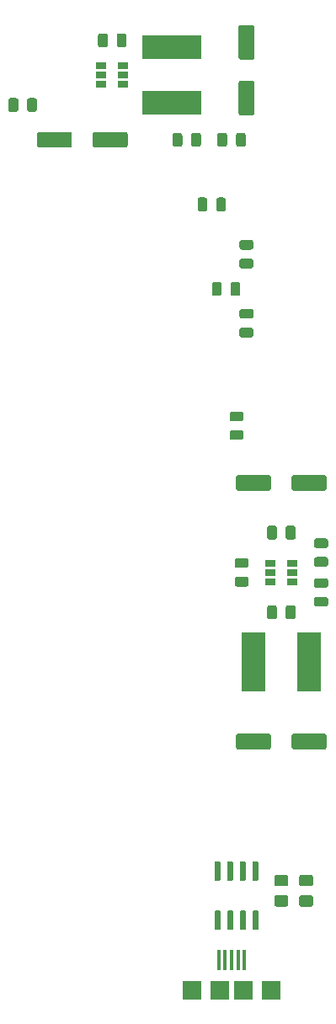
<source format=gbr>
G04 #@! TF.GenerationSoftware,KiCad,Pcbnew,5.1.5+dfsg1-2build2*
G04 #@! TF.CreationDate,2021-01-21T00:37:08+01:00*
G04 #@! TF.ProjectId,t100-raspi,74313030-2d72-4617-9370-692e6b696361,rev?*
G04 #@! TF.SameCoordinates,Original*
G04 #@! TF.FileFunction,Paste,Top*
G04 #@! TF.FilePolarity,Positive*
%FSLAX46Y46*%
G04 Gerber Fmt 4.6, Leading zero omitted, Abs format (unit mm)*
G04 Created by KiCad (PCBNEW 5.1.5+dfsg1-2build2) date 2021-01-21 00:37:08*
%MOMM*%
%LPD*%
G04 APERTURE LIST*
%ADD10R,1.060000X0.650000*%
%ADD11C,0.100000*%
%ADD12R,5.900000X2.450000*%
%ADD13R,2.450000X5.900000*%
%ADD14R,0.398780X2.000000*%
%ADD15R,1.897380X1.897380*%
G04 APERTURE END LIST*
D10*
X99100000Y-56000000D03*
X99100000Y-55050000D03*
X99100000Y-56950000D03*
X96900000Y-56950000D03*
X96900000Y-56000000D03*
X96900000Y-55050000D03*
X113900000Y-106000000D03*
X113900000Y-106950000D03*
X113900000Y-105050000D03*
X116100000Y-105050000D03*
X116100000Y-106000000D03*
X116100000Y-106950000D03*
D11*
G36*
X108759703Y-135050722D02*
G01*
X108774264Y-135052882D01*
X108788543Y-135056459D01*
X108802403Y-135061418D01*
X108815710Y-135067712D01*
X108828336Y-135075280D01*
X108840159Y-135084048D01*
X108851066Y-135093934D01*
X108860952Y-135104841D01*
X108869720Y-135116664D01*
X108877288Y-135129290D01*
X108883582Y-135142597D01*
X108888541Y-135156457D01*
X108892118Y-135170736D01*
X108894278Y-135185297D01*
X108895000Y-135200000D01*
X108895000Y-136850000D01*
X108894278Y-136864703D01*
X108892118Y-136879264D01*
X108888541Y-136893543D01*
X108883582Y-136907403D01*
X108877288Y-136920710D01*
X108869720Y-136933336D01*
X108860952Y-136945159D01*
X108851066Y-136956066D01*
X108840159Y-136965952D01*
X108828336Y-136974720D01*
X108815710Y-136982288D01*
X108802403Y-136988582D01*
X108788543Y-136993541D01*
X108774264Y-136997118D01*
X108759703Y-136999278D01*
X108745000Y-137000000D01*
X108445000Y-137000000D01*
X108430297Y-136999278D01*
X108415736Y-136997118D01*
X108401457Y-136993541D01*
X108387597Y-136988582D01*
X108374290Y-136982288D01*
X108361664Y-136974720D01*
X108349841Y-136965952D01*
X108338934Y-136956066D01*
X108329048Y-136945159D01*
X108320280Y-136933336D01*
X108312712Y-136920710D01*
X108306418Y-136907403D01*
X108301459Y-136893543D01*
X108297882Y-136879264D01*
X108295722Y-136864703D01*
X108295000Y-136850000D01*
X108295000Y-135200000D01*
X108295722Y-135185297D01*
X108297882Y-135170736D01*
X108301459Y-135156457D01*
X108306418Y-135142597D01*
X108312712Y-135129290D01*
X108320280Y-135116664D01*
X108329048Y-135104841D01*
X108338934Y-135093934D01*
X108349841Y-135084048D01*
X108361664Y-135075280D01*
X108374290Y-135067712D01*
X108387597Y-135061418D01*
X108401457Y-135056459D01*
X108415736Y-135052882D01*
X108430297Y-135050722D01*
X108445000Y-135050000D01*
X108745000Y-135050000D01*
X108759703Y-135050722D01*
G37*
G36*
X110029703Y-135050722D02*
G01*
X110044264Y-135052882D01*
X110058543Y-135056459D01*
X110072403Y-135061418D01*
X110085710Y-135067712D01*
X110098336Y-135075280D01*
X110110159Y-135084048D01*
X110121066Y-135093934D01*
X110130952Y-135104841D01*
X110139720Y-135116664D01*
X110147288Y-135129290D01*
X110153582Y-135142597D01*
X110158541Y-135156457D01*
X110162118Y-135170736D01*
X110164278Y-135185297D01*
X110165000Y-135200000D01*
X110165000Y-136850000D01*
X110164278Y-136864703D01*
X110162118Y-136879264D01*
X110158541Y-136893543D01*
X110153582Y-136907403D01*
X110147288Y-136920710D01*
X110139720Y-136933336D01*
X110130952Y-136945159D01*
X110121066Y-136956066D01*
X110110159Y-136965952D01*
X110098336Y-136974720D01*
X110085710Y-136982288D01*
X110072403Y-136988582D01*
X110058543Y-136993541D01*
X110044264Y-136997118D01*
X110029703Y-136999278D01*
X110015000Y-137000000D01*
X109715000Y-137000000D01*
X109700297Y-136999278D01*
X109685736Y-136997118D01*
X109671457Y-136993541D01*
X109657597Y-136988582D01*
X109644290Y-136982288D01*
X109631664Y-136974720D01*
X109619841Y-136965952D01*
X109608934Y-136956066D01*
X109599048Y-136945159D01*
X109590280Y-136933336D01*
X109582712Y-136920710D01*
X109576418Y-136907403D01*
X109571459Y-136893543D01*
X109567882Y-136879264D01*
X109565722Y-136864703D01*
X109565000Y-136850000D01*
X109565000Y-135200000D01*
X109565722Y-135185297D01*
X109567882Y-135170736D01*
X109571459Y-135156457D01*
X109576418Y-135142597D01*
X109582712Y-135129290D01*
X109590280Y-135116664D01*
X109599048Y-135104841D01*
X109608934Y-135093934D01*
X109619841Y-135084048D01*
X109631664Y-135075280D01*
X109644290Y-135067712D01*
X109657597Y-135061418D01*
X109671457Y-135056459D01*
X109685736Y-135052882D01*
X109700297Y-135050722D01*
X109715000Y-135050000D01*
X110015000Y-135050000D01*
X110029703Y-135050722D01*
G37*
G36*
X111299703Y-135050722D02*
G01*
X111314264Y-135052882D01*
X111328543Y-135056459D01*
X111342403Y-135061418D01*
X111355710Y-135067712D01*
X111368336Y-135075280D01*
X111380159Y-135084048D01*
X111391066Y-135093934D01*
X111400952Y-135104841D01*
X111409720Y-135116664D01*
X111417288Y-135129290D01*
X111423582Y-135142597D01*
X111428541Y-135156457D01*
X111432118Y-135170736D01*
X111434278Y-135185297D01*
X111435000Y-135200000D01*
X111435000Y-136850000D01*
X111434278Y-136864703D01*
X111432118Y-136879264D01*
X111428541Y-136893543D01*
X111423582Y-136907403D01*
X111417288Y-136920710D01*
X111409720Y-136933336D01*
X111400952Y-136945159D01*
X111391066Y-136956066D01*
X111380159Y-136965952D01*
X111368336Y-136974720D01*
X111355710Y-136982288D01*
X111342403Y-136988582D01*
X111328543Y-136993541D01*
X111314264Y-136997118D01*
X111299703Y-136999278D01*
X111285000Y-137000000D01*
X110985000Y-137000000D01*
X110970297Y-136999278D01*
X110955736Y-136997118D01*
X110941457Y-136993541D01*
X110927597Y-136988582D01*
X110914290Y-136982288D01*
X110901664Y-136974720D01*
X110889841Y-136965952D01*
X110878934Y-136956066D01*
X110869048Y-136945159D01*
X110860280Y-136933336D01*
X110852712Y-136920710D01*
X110846418Y-136907403D01*
X110841459Y-136893543D01*
X110837882Y-136879264D01*
X110835722Y-136864703D01*
X110835000Y-136850000D01*
X110835000Y-135200000D01*
X110835722Y-135185297D01*
X110837882Y-135170736D01*
X110841459Y-135156457D01*
X110846418Y-135142597D01*
X110852712Y-135129290D01*
X110860280Y-135116664D01*
X110869048Y-135104841D01*
X110878934Y-135093934D01*
X110889841Y-135084048D01*
X110901664Y-135075280D01*
X110914290Y-135067712D01*
X110927597Y-135061418D01*
X110941457Y-135056459D01*
X110955736Y-135052882D01*
X110970297Y-135050722D01*
X110985000Y-135050000D01*
X111285000Y-135050000D01*
X111299703Y-135050722D01*
G37*
G36*
X112569703Y-135050722D02*
G01*
X112584264Y-135052882D01*
X112598543Y-135056459D01*
X112612403Y-135061418D01*
X112625710Y-135067712D01*
X112638336Y-135075280D01*
X112650159Y-135084048D01*
X112661066Y-135093934D01*
X112670952Y-135104841D01*
X112679720Y-135116664D01*
X112687288Y-135129290D01*
X112693582Y-135142597D01*
X112698541Y-135156457D01*
X112702118Y-135170736D01*
X112704278Y-135185297D01*
X112705000Y-135200000D01*
X112705000Y-136850000D01*
X112704278Y-136864703D01*
X112702118Y-136879264D01*
X112698541Y-136893543D01*
X112693582Y-136907403D01*
X112687288Y-136920710D01*
X112679720Y-136933336D01*
X112670952Y-136945159D01*
X112661066Y-136956066D01*
X112650159Y-136965952D01*
X112638336Y-136974720D01*
X112625710Y-136982288D01*
X112612403Y-136988582D01*
X112598543Y-136993541D01*
X112584264Y-136997118D01*
X112569703Y-136999278D01*
X112555000Y-137000000D01*
X112255000Y-137000000D01*
X112240297Y-136999278D01*
X112225736Y-136997118D01*
X112211457Y-136993541D01*
X112197597Y-136988582D01*
X112184290Y-136982288D01*
X112171664Y-136974720D01*
X112159841Y-136965952D01*
X112148934Y-136956066D01*
X112139048Y-136945159D01*
X112130280Y-136933336D01*
X112122712Y-136920710D01*
X112116418Y-136907403D01*
X112111459Y-136893543D01*
X112107882Y-136879264D01*
X112105722Y-136864703D01*
X112105000Y-136850000D01*
X112105000Y-135200000D01*
X112105722Y-135185297D01*
X112107882Y-135170736D01*
X112111459Y-135156457D01*
X112116418Y-135142597D01*
X112122712Y-135129290D01*
X112130280Y-135116664D01*
X112139048Y-135104841D01*
X112148934Y-135093934D01*
X112159841Y-135084048D01*
X112171664Y-135075280D01*
X112184290Y-135067712D01*
X112197597Y-135061418D01*
X112211457Y-135056459D01*
X112225736Y-135052882D01*
X112240297Y-135050722D01*
X112255000Y-135050000D01*
X112555000Y-135050000D01*
X112569703Y-135050722D01*
G37*
G36*
X112569703Y-140000722D02*
G01*
X112584264Y-140002882D01*
X112598543Y-140006459D01*
X112612403Y-140011418D01*
X112625710Y-140017712D01*
X112638336Y-140025280D01*
X112650159Y-140034048D01*
X112661066Y-140043934D01*
X112670952Y-140054841D01*
X112679720Y-140066664D01*
X112687288Y-140079290D01*
X112693582Y-140092597D01*
X112698541Y-140106457D01*
X112702118Y-140120736D01*
X112704278Y-140135297D01*
X112705000Y-140150000D01*
X112705000Y-141800000D01*
X112704278Y-141814703D01*
X112702118Y-141829264D01*
X112698541Y-141843543D01*
X112693582Y-141857403D01*
X112687288Y-141870710D01*
X112679720Y-141883336D01*
X112670952Y-141895159D01*
X112661066Y-141906066D01*
X112650159Y-141915952D01*
X112638336Y-141924720D01*
X112625710Y-141932288D01*
X112612403Y-141938582D01*
X112598543Y-141943541D01*
X112584264Y-141947118D01*
X112569703Y-141949278D01*
X112555000Y-141950000D01*
X112255000Y-141950000D01*
X112240297Y-141949278D01*
X112225736Y-141947118D01*
X112211457Y-141943541D01*
X112197597Y-141938582D01*
X112184290Y-141932288D01*
X112171664Y-141924720D01*
X112159841Y-141915952D01*
X112148934Y-141906066D01*
X112139048Y-141895159D01*
X112130280Y-141883336D01*
X112122712Y-141870710D01*
X112116418Y-141857403D01*
X112111459Y-141843543D01*
X112107882Y-141829264D01*
X112105722Y-141814703D01*
X112105000Y-141800000D01*
X112105000Y-140150000D01*
X112105722Y-140135297D01*
X112107882Y-140120736D01*
X112111459Y-140106457D01*
X112116418Y-140092597D01*
X112122712Y-140079290D01*
X112130280Y-140066664D01*
X112139048Y-140054841D01*
X112148934Y-140043934D01*
X112159841Y-140034048D01*
X112171664Y-140025280D01*
X112184290Y-140017712D01*
X112197597Y-140011418D01*
X112211457Y-140006459D01*
X112225736Y-140002882D01*
X112240297Y-140000722D01*
X112255000Y-140000000D01*
X112555000Y-140000000D01*
X112569703Y-140000722D01*
G37*
G36*
X111299703Y-140000722D02*
G01*
X111314264Y-140002882D01*
X111328543Y-140006459D01*
X111342403Y-140011418D01*
X111355710Y-140017712D01*
X111368336Y-140025280D01*
X111380159Y-140034048D01*
X111391066Y-140043934D01*
X111400952Y-140054841D01*
X111409720Y-140066664D01*
X111417288Y-140079290D01*
X111423582Y-140092597D01*
X111428541Y-140106457D01*
X111432118Y-140120736D01*
X111434278Y-140135297D01*
X111435000Y-140150000D01*
X111435000Y-141800000D01*
X111434278Y-141814703D01*
X111432118Y-141829264D01*
X111428541Y-141843543D01*
X111423582Y-141857403D01*
X111417288Y-141870710D01*
X111409720Y-141883336D01*
X111400952Y-141895159D01*
X111391066Y-141906066D01*
X111380159Y-141915952D01*
X111368336Y-141924720D01*
X111355710Y-141932288D01*
X111342403Y-141938582D01*
X111328543Y-141943541D01*
X111314264Y-141947118D01*
X111299703Y-141949278D01*
X111285000Y-141950000D01*
X110985000Y-141950000D01*
X110970297Y-141949278D01*
X110955736Y-141947118D01*
X110941457Y-141943541D01*
X110927597Y-141938582D01*
X110914290Y-141932288D01*
X110901664Y-141924720D01*
X110889841Y-141915952D01*
X110878934Y-141906066D01*
X110869048Y-141895159D01*
X110860280Y-141883336D01*
X110852712Y-141870710D01*
X110846418Y-141857403D01*
X110841459Y-141843543D01*
X110837882Y-141829264D01*
X110835722Y-141814703D01*
X110835000Y-141800000D01*
X110835000Y-140150000D01*
X110835722Y-140135297D01*
X110837882Y-140120736D01*
X110841459Y-140106457D01*
X110846418Y-140092597D01*
X110852712Y-140079290D01*
X110860280Y-140066664D01*
X110869048Y-140054841D01*
X110878934Y-140043934D01*
X110889841Y-140034048D01*
X110901664Y-140025280D01*
X110914290Y-140017712D01*
X110927597Y-140011418D01*
X110941457Y-140006459D01*
X110955736Y-140002882D01*
X110970297Y-140000722D01*
X110985000Y-140000000D01*
X111285000Y-140000000D01*
X111299703Y-140000722D01*
G37*
G36*
X110029703Y-140000722D02*
G01*
X110044264Y-140002882D01*
X110058543Y-140006459D01*
X110072403Y-140011418D01*
X110085710Y-140017712D01*
X110098336Y-140025280D01*
X110110159Y-140034048D01*
X110121066Y-140043934D01*
X110130952Y-140054841D01*
X110139720Y-140066664D01*
X110147288Y-140079290D01*
X110153582Y-140092597D01*
X110158541Y-140106457D01*
X110162118Y-140120736D01*
X110164278Y-140135297D01*
X110165000Y-140150000D01*
X110165000Y-141800000D01*
X110164278Y-141814703D01*
X110162118Y-141829264D01*
X110158541Y-141843543D01*
X110153582Y-141857403D01*
X110147288Y-141870710D01*
X110139720Y-141883336D01*
X110130952Y-141895159D01*
X110121066Y-141906066D01*
X110110159Y-141915952D01*
X110098336Y-141924720D01*
X110085710Y-141932288D01*
X110072403Y-141938582D01*
X110058543Y-141943541D01*
X110044264Y-141947118D01*
X110029703Y-141949278D01*
X110015000Y-141950000D01*
X109715000Y-141950000D01*
X109700297Y-141949278D01*
X109685736Y-141947118D01*
X109671457Y-141943541D01*
X109657597Y-141938582D01*
X109644290Y-141932288D01*
X109631664Y-141924720D01*
X109619841Y-141915952D01*
X109608934Y-141906066D01*
X109599048Y-141895159D01*
X109590280Y-141883336D01*
X109582712Y-141870710D01*
X109576418Y-141857403D01*
X109571459Y-141843543D01*
X109567882Y-141829264D01*
X109565722Y-141814703D01*
X109565000Y-141800000D01*
X109565000Y-140150000D01*
X109565722Y-140135297D01*
X109567882Y-140120736D01*
X109571459Y-140106457D01*
X109576418Y-140092597D01*
X109582712Y-140079290D01*
X109590280Y-140066664D01*
X109599048Y-140054841D01*
X109608934Y-140043934D01*
X109619841Y-140034048D01*
X109631664Y-140025280D01*
X109644290Y-140017712D01*
X109657597Y-140011418D01*
X109671457Y-140006459D01*
X109685736Y-140002882D01*
X109700297Y-140000722D01*
X109715000Y-140000000D01*
X110015000Y-140000000D01*
X110029703Y-140000722D01*
G37*
G36*
X108759703Y-140000722D02*
G01*
X108774264Y-140002882D01*
X108788543Y-140006459D01*
X108802403Y-140011418D01*
X108815710Y-140017712D01*
X108828336Y-140025280D01*
X108840159Y-140034048D01*
X108851066Y-140043934D01*
X108860952Y-140054841D01*
X108869720Y-140066664D01*
X108877288Y-140079290D01*
X108883582Y-140092597D01*
X108888541Y-140106457D01*
X108892118Y-140120736D01*
X108894278Y-140135297D01*
X108895000Y-140150000D01*
X108895000Y-141800000D01*
X108894278Y-141814703D01*
X108892118Y-141829264D01*
X108888541Y-141843543D01*
X108883582Y-141857403D01*
X108877288Y-141870710D01*
X108869720Y-141883336D01*
X108860952Y-141895159D01*
X108851066Y-141906066D01*
X108840159Y-141915952D01*
X108828336Y-141924720D01*
X108815710Y-141932288D01*
X108802403Y-141938582D01*
X108788543Y-141943541D01*
X108774264Y-141947118D01*
X108759703Y-141949278D01*
X108745000Y-141950000D01*
X108445000Y-141950000D01*
X108430297Y-141949278D01*
X108415736Y-141947118D01*
X108401457Y-141943541D01*
X108387597Y-141938582D01*
X108374290Y-141932288D01*
X108361664Y-141924720D01*
X108349841Y-141915952D01*
X108338934Y-141906066D01*
X108329048Y-141895159D01*
X108320280Y-141883336D01*
X108312712Y-141870710D01*
X108306418Y-141857403D01*
X108301459Y-141843543D01*
X108297882Y-141829264D01*
X108295722Y-141814703D01*
X108295000Y-141800000D01*
X108295000Y-140150000D01*
X108295722Y-140135297D01*
X108297882Y-140120736D01*
X108301459Y-140106457D01*
X108306418Y-140092597D01*
X108312712Y-140079290D01*
X108320280Y-140066664D01*
X108329048Y-140054841D01*
X108338934Y-140043934D01*
X108349841Y-140034048D01*
X108361664Y-140025280D01*
X108374290Y-140017712D01*
X108387597Y-140011418D01*
X108401457Y-140006459D01*
X108415736Y-140002882D01*
X108430297Y-140000722D01*
X108445000Y-140000000D01*
X108745000Y-140000000D01*
X108759703Y-140000722D01*
G37*
G36*
X109205142Y-68301174D02*
G01*
X109228803Y-68304684D01*
X109252007Y-68310496D01*
X109274529Y-68318554D01*
X109296153Y-68328782D01*
X109316670Y-68341079D01*
X109335883Y-68355329D01*
X109353607Y-68371393D01*
X109369671Y-68389117D01*
X109383921Y-68408330D01*
X109396218Y-68428847D01*
X109406446Y-68450471D01*
X109414504Y-68472993D01*
X109420316Y-68496197D01*
X109423826Y-68519858D01*
X109425000Y-68543750D01*
X109425000Y-69456250D01*
X109423826Y-69480142D01*
X109420316Y-69503803D01*
X109414504Y-69527007D01*
X109406446Y-69549529D01*
X109396218Y-69571153D01*
X109383921Y-69591670D01*
X109369671Y-69610883D01*
X109353607Y-69628607D01*
X109335883Y-69644671D01*
X109316670Y-69658921D01*
X109296153Y-69671218D01*
X109274529Y-69681446D01*
X109252007Y-69689504D01*
X109228803Y-69695316D01*
X109205142Y-69698826D01*
X109181250Y-69700000D01*
X108693750Y-69700000D01*
X108669858Y-69698826D01*
X108646197Y-69695316D01*
X108622993Y-69689504D01*
X108600471Y-69681446D01*
X108578847Y-69671218D01*
X108558330Y-69658921D01*
X108539117Y-69644671D01*
X108521393Y-69628607D01*
X108505329Y-69610883D01*
X108491079Y-69591670D01*
X108478782Y-69571153D01*
X108468554Y-69549529D01*
X108460496Y-69527007D01*
X108454684Y-69503803D01*
X108451174Y-69480142D01*
X108450000Y-69456250D01*
X108450000Y-68543750D01*
X108451174Y-68519858D01*
X108454684Y-68496197D01*
X108460496Y-68472993D01*
X108468554Y-68450471D01*
X108478782Y-68428847D01*
X108491079Y-68408330D01*
X108505329Y-68389117D01*
X108521393Y-68371393D01*
X108539117Y-68355329D01*
X108558330Y-68341079D01*
X108578847Y-68328782D01*
X108600471Y-68318554D01*
X108622993Y-68310496D01*
X108646197Y-68304684D01*
X108669858Y-68301174D01*
X108693750Y-68300000D01*
X109181250Y-68300000D01*
X109205142Y-68301174D01*
G37*
G36*
X107330142Y-68301174D02*
G01*
X107353803Y-68304684D01*
X107377007Y-68310496D01*
X107399529Y-68318554D01*
X107421153Y-68328782D01*
X107441670Y-68341079D01*
X107460883Y-68355329D01*
X107478607Y-68371393D01*
X107494671Y-68389117D01*
X107508921Y-68408330D01*
X107521218Y-68428847D01*
X107531446Y-68450471D01*
X107539504Y-68472993D01*
X107545316Y-68496197D01*
X107548826Y-68519858D01*
X107550000Y-68543750D01*
X107550000Y-69456250D01*
X107548826Y-69480142D01*
X107545316Y-69503803D01*
X107539504Y-69527007D01*
X107531446Y-69549529D01*
X107521218Y-69571153D01*
X107508921Y-69591670D01*
X107494671Y-69610883D01*
X107478607Y-69628607D01*
X107460883Y-69644671D01*
X107441670Y-69658921D01*
X107421153Y-69671218D01*
X107399529Y-69681446D01*
X107377007Y-69689504D01*
X107353803Y-69695316D01*
X107330142Y-69698826D01*
X107306250Y-69700000D01*
X106818750Y-69700000D01*
X106794858Y-69698826D01*
X106771197Y-69695316D01*
X106747993Y-69689504D01*
X106725471Y-69681446D01*
X106703847Y-69671218D01*
X106683330Y-69658921D01*
X106664117Y-69644671D01*
X106646393Y-69628607D01*
X106630329Y-69610883D01*
X106616079Y-69591670D01*
X106603782Y-69571153D01*
X106593554Y-69549529D01*
X106585496Y-69527007D01*
X106579684Y-69503803D01*
X106576174Y-69480142D01*
X106575000Y-69456250D01*
X106575000Y-68543750D01*
X106576174Y-68519858D01*
X106579684Y-68496197D01*
X106585496Y-68472993D01*
X106593554Y-68450471D01*
X106603782Y-68428847D01*
X106616079Y-68408330D01*
X106630329Y-68389117D01*
X106646393Y-68371393D01*
X106664117Y-68355329D01*
X106683330Y-68341079D01*
X106703847Y-68328782D01*
X106725471Y-68318554D01*
X106747993Y-68310496D01*
X106771197Y-68304684D01*
X106794858Y-68301174D01*
X106818750Y-68300000D01*
X107306250Y-68300000D01*
X107330142Y-68301174D01*
G37*
G36*
X111205142Y-61801174D02*
G01*
X111228803Y-61804684D01*
X111252007Y-61810496D01*
X111274529Y-61818554D01*
X111296153Y-61828782D01*
X111316670Y-61841079D01*
X111335883Y-61855329D01*
X111353607Y-61871393D01*
X111369671Y-61889117D01*
X111383921Y-61908330D01*
X111396218Y-61928847D01*
X111406446Y-61950471D01*
X111414504Y-61972993D01*
X111420316Y-61996197D01*
X111423826Y-62019858D01*
X111425000Y-62043750D01*
X111425000Y-62956250D01*
X111423826Y-62980142D01*
X111420316Y-63003803D01*
X111414504Y-63027007D01*
X111406446Y-63049529D01*
X111396218Y-63071153D01*
X111383921Y-63091670D01*
X111369671Y-63110883D01*
X111353607Y-63128607D01*
X111335883Y-63144671D01*
X111316670Y-63158921D01*
X111296153Y-63171218D01*
X111274529Y-63181446D01*
X111252007Y-63189504D01*
X111228803Y-63195316D01*
X111205142Y-63198826D01*
X111181250Y-63200000D01*
X110693750Y-63200000D01*
X110669858Y-63198826D01*
X110646197Y-63195316D01*
X110622993Y-63189504D01*
X110600471Y-63181446D01*
X110578847Y-63171218D01*
X110558330Y-63158921D01*
X110539117Y-63144671D01*
X110521393Y-63128607D01*
X110505329Y-63110883D01*
X110491079Y-63091670D01*
X110478782Y-63071153D01*
X110468554Y-63049529D01*
X110460496Y-63027007D01*
X110454684Y-63003803D01*
X110451174Y-62980142D01*
X110450000Y-62956250D01*
X110450000Y-62043750D01*
X110451174Y-62019858D01*
X110454684Y-61996197D01*
X110460496Y-61972993D01*
X110468554Y-61950471D01*
X110478782Y-61928847D01*
X110491079Y-61908330D01*
X110505329Y-61889117D01*
X110521393Y-61871393D01*
X110539117Y-61855329D01*
X110558330Y-61841079D01*
X110578847Y-61828782D01*
X110600471Y-61818554D01*
X110622993Y-61810496D01*
X110646197Y-61804684D01*
X110669858Y-61801174D01*
X110693750Y-61800000D01*
X111181250Y-61800000D01*
X111205142Y-61801174D01*
G37*
G36*
X109330142Y-61801174D02*
G01*
X109353803Y-61804684D01*
X109377007Y-61810496D01*
X109399529Y-61818554D01*
X109421153Y-61828782D01*
X109441670Y-61841079D01*
X109460883Y-61855329D01*
X109478607Y-61871393D01*
X109494671Y-61889117D01*
X109508921Y-61908330D01*
X109521218Y-61928847D01*
X109531446Y-61950471D01*
X109539504Y-61972993D01*
X109545316Y-61996197D01*
X109548826Y-62019858D01*
X109550000Y-62043750D01*
X109550000Y-62956250D01*
X109548826Y-62980142D01*
X109545316Y-63003803D01*
X109539504Y-63027007D01*
X109531446Y-63049529D01*
X109521218Y-63071153D01*
X109508921Y-63091670D01*
X109494671Y-63110883D01*
X109478607Y-63128607D01*
X109460883Y-63144671D01*
X109441670Y-63158921D01*
X109421153Y-63171218D01*
X109399529Y-63181446D01*
X109377007Y-63189504D01*
X109353803Y-63195316D01*
X109330142Y-63198826D01*
X109306250Y-63200000D01*
X108818750Y-63200000D01*
X108794858Y-63198826D01*
X108771197Y-63195316D01*
X108747993Y-63189504D01*
X108725471Y-63181446D01*
X108703847Y-63171218D01*
X108683330Y-63158921D01*
X108664117Y-63144671D01*
X108646393Y-63128607D01*
X108630329Y-63110883D01*
X108616079Y-63091670D01*
X108603782Y-63071153D01*
X108593554Y-63049529D01*
X108585496Y-63027007D01*
X108579684Y-63003803D01*
X108576174Y-62980142D01*
X108575000Y-62956250D01*
X108575000Y-62043750D01*
X108576174Y-62019858D01*
X108579684Y-61996197D01*
X108585496Y-61972993D01*
X108593554Y-61950471D01*
X108603782Y-61928847D01*
X108616079Y-61908330D01*
X108630329Y-61889117D01*
X108646393Y-61871393D01*
X108664117Y-61855329D01*
X108683330Y-61841079D01*
X108703847Y-61828782D01*
X108725471Y-61818554D01*
X108747993Y-61810496D01*
X108771197Y-61804684D01*
X108794858Y-61801174D01*
X108818750Y-61800000D01*
X109306250Y-61800000D01*
X109330142Y-61801174D01*
G37*
G36*
X119480142Y-104451174D02*
G01*
X119503803Y-104454684D01*
X119527007Y-104460496D01*
X119549529Y-104468554D01*
X119571153Y-104478782D01*
X119591670Y-104491079D01*
X119610883Y-104505329D01*
X119628607Y-104521393D01*
X119644671Y-104539117D01*
X119658921Y-104558330D01*
X119671218Y-104578847D01*
X119681446Y-104600471D01*
X119689504Y-104622993D01*
X119695316Y-104646197D01*
X119698826Y-104669858D01*
X119700000Y-104693750D01*
X119700000Y-105181250D01*
X119698826Y-105205142D01*
X119695316Y-105228803D01*
X119689504Y-105252007D01*
X119681446Y-105274529D01*
X119671218Y-105296153D01*
X119658921Y-105316670D01*
X119644671Y-105335883D01*
X119628607Y-105353607D01*
X119610883Y-105369671D01*
X119591670Y-105383921D01*
X119571153Y-105396218D01*
X119549529Y-105406446D01*
X119527007Y-105414504D01*
X119503803Y-105420316D01*
X119480142Y-105423826D01*
X119456250Y-105425000D01*
X118543750Y-105425000D01*
X118519858Y-105423826D01*
X118496197Y-105420316D01*
X118472993Y-105414504D01*
X118450471Y-105406446D01*
X118428847Y-105396218D01*
X118408330Y-105383921D01*
X118389117Y-105369671D01*
X118371393Y-105353607D01*
X118355329Y-105335883D01*
X118341079Y-105316670D01*
X118328782Y-105296153D01*
X118318554Y-105274529D01*
X118310496Y-105252007D01*
X118304684Y-105228803D01*
X118301174Y-105205142D01*
X118300000Y-105181250D01*
X118300000Y-104693750D01*
X118301174Y-104669858D01*
X118304684Y-104646197D01*
X118310496Y-104622993D01*
X118318554Y-104600471D01*
X118328782Y-104578847D01*
X118341079Y-104558330D01*
X118355329Y-104539117D01*
X118371393Y-104521393D01*
X118389117Y-104505329D01*
X118408330Y-104491079D01*
X118428847Y-104478782D01*
X118450471Y-104468554D01*
X118472993Y-104460496D01*
X118496197Y-104454684D01*
X118519858Y-104451174D01*
X118543750Y-104450000D01*
X119456250Y-104450000D01*
X119480142Y-104451174D01*
G37*
G36*
X119480142Y-102576174D02*
G01*
X119503803Y-102579684D01*
X119527007Y-102585496D01*
X119549529Y-102593554D01*
X119571153Y-102603782D01*
X119591670Y-102616079D01*
X119610883Y-102630329D01*
X119628607Y-102646393D01*
X119644671Y-102664117D01*
X119658921Y-102683330D01*
X119671218Y-102703847D01*
X119681446Y-102725471D01*
X119689504Y-102747993D01*
X119695316Y-102771197D01*
X119698826Y-102794858D01*
X119700000Y-102818750D01*
X119700000Y-103306250D01*
X119698826Y-103330142D01*
X119695316Y-103353803D01*
X119689504Y-103377007D01*
X119681446Y-103399529D01*
X119671218Y-103421153D01*
X119658921Y-103441670D01*
X119644671Y-103460883D01*
X119628607Y-103478607D01*
X119610883Y-103494671D01*
X119591670Y-103508921D01*
X119571153Y-103521218D01*
X119549529Y-103531446D01*
X119527007Y-103539504D01*
X119503803Y-103545316D01*
X119480142Y-103548826D01*
X119456250Y-103550000D01*
X118543750Y-103550000D01*
X118519858Y-103548826D01*
X118496197Y-103545316D01*
X118472993Y-103539504D01*
X118450471Y-103531446D01*
X118428847Y-103521218D01*
X118408330Y-103508921D01*
X118389117Y-103494671D01*
X118371393Y-103478607D01*
X118355329Y-103460883D01*
X118341079Y-103441670D01*
X118328782Y-103421153D01*
X118318554Y-103399529D01*
X118310496Y-103377007D01*
X118304684Y-103353803D01*
X118301174Y-103330142D01*
X118300000Y-103306250D01*
X118300000Y-102818750D01*
X118301174Y-102794858D01*
X118304684Y-102771197D01*
X118310496Y-102747993D01*
X118318554Y-102725471D01*
X118328782Y-102703847D01*
X118341079Y-102683330D01*
X118355329Y-102664117D01*
X118371393Y-102646393D01*
X118389117Y-102630329D01*
X118408330Y-102616079D01*
X118428847Y-102603782D01*
X118450471Y-102593554D01*
X118472993Y-102585496D01*
X118496197Y-102579684D01*
X118519858Y-102576174D01*
X118543750Y-102575000D01*
X119456250Y-102575000D01*
X119480142Y-102576174D01*
G37*
G36*
X119480142Y-108451174D02*
G01*
X119503803Y-108454684D01*
X119527007Y-108460496D01*
X119549529Y-108468554D01*
X119571153Y-108478782D01*
X119591670Y-108491079D01*
X119610883Y-108505329D01*
X119628607Y-108521393D01*
X119644671Y-108539117D01*
X119658921Y-108558330D01*
X119671218Y-108578847D01*
X119681446Y-108600471D01*
X119689504Y-108622993D01*
X119695316Y-108646197D01*
X119698826Y-108669858D01*
X119700000Y-108693750D01*
X119700000Y-109181250D01*
X119698826Y-109205142D01*
X119695316Y-109228803D01*
X119689504Y-109252007D01*
X119681446Y-109274529D01*
X119671218Y-109296153D01*
X119658921Y-109316670D01*
X119644671Y-109335883D01*
X119628607Y-109353607D01*
X119610883Y-109369671D01*
X119591670Y-109383921D01*
X119571153Y-109396218D01*
X119549529Y-109406446D01*
X119527007Y-109414504D01*
X119503803Y-109420316D01*
X119480142Y-109423826D01*
X119456250Y-109425000D01*
X118543750Y-109425000D01*
X118519858Y-109423826D01*
X118496197Y-109420316D01*
X118472993Y-109414504D01*
X118450471Y-109406446D01*
X118428847Y-109396218D01*
X118408330Y-109383921D01*
X118389117Y-109369671D01*
X118371393Y-109353607D01*
X118355329Y-109335883D01*
X118341079Y-109316670D01*
X118328782Y-109296153D01*
X118318554Y-109274529D01*
X118310496Y-109252007D01*
X118304684Y-109228803D01*
X118301174Y-109205142D01*
X118300000Y-109181250D01*
X118300000Y-108693750D01*
X118301174Y-108669858D01*
X118304684Y-108646197D01*
X118310496Y-108622993D01*
X118318554Y-108600471D01*
X118328782Y-108578847D01*
X118341079Y-108558330D01*
X118355329Y-108539117D01*
X118371393Y-108521393D01*
X118389117Y-108505329D01*
X118408330Y-108491079D01*
X118428847Y-108478782D01*
X118450471Y-108468554D01*
X118472993Y-108460496D01*
X118496197Y-108454684D01*
X118519858Y-108451174D01*
X118543750Y-108450000D01*
X119456250Y-108450000D01*
X119480142Y-108451174D01*
G37*
G36*
X119480142Y-106576174D02*
G01*
X119503803Y-106579684D01*
X119527007Y-106585496D01*
X119549529Y-106593554D01*
X119571153Y-106603782D01*
X119591670Y-106616079D01*
X119610883Y-106630329D01*
X119628607Y-106646393D01*
X119644671Y-106664117D01*
X119658921Y-106683330D01*
X119671218Y-106703847D01*
X119681446Y-106725471D01*
X119689504Y-106747993D01*
X119695316Y-106771197D01*
X119698826Y-106794858D01*
X119700000Y-106818750D01*
X119700000Y-107306250D01*
X119698826Y-107330142D01*
X119695316Y-107353803D01*
X119689504Y-107377007D01*
X119681446Y-107399529D01*
X119671218Y-107421153D01*
X119658921Y-107441670D01*
X119644671Y-107460883D01*
X119628607Y-107478607D01*
X119610883Y-107494671D01*
X119591670Y-107508921D01*
X119571153Y-107521218D01*
X119549529Y-107531446D01*
X119527007Y-107539504D01*
X119503803Y-107545316D01*
X119480142Y-107548826D01*
X119456250Y-107550000D01*
X118543750Y-107550000D01*
X118519858Y-107548826D01*
X118496197Y-107545316D01*
X118472993Y-107539504D01*
X118450471Y-107531446D01*
X118428847Y-107521218D01*
X118408330Y-107508921D01*
X118389117Y-107494671D01*
X118371393Y-107478607D01*
X118355329Y-107460883D01*
X118341079Y-107441670D01*
X118328782Y-107421153D01*
X118318554Y-107399529D01*
X118310496Y-107377007D01*
X118304684Y-107353803D01*
X118301174Y-107330142D01*
X118300000Y-107306250D01*
X118300000Y-106818750D01*
X118301174Y-106794858D01*
X118304684Y-106771197D01*
X118310496Y-106747993D01*
X118318554Y-106725471D01*
X118328782Y-106703847D01*
X118341079Y-106683330D01*
X118355329Y-106664117D01*
X118371393Y-106646393D01*
X118389117Y-106630329D01*
X118408330Y-106616079D01*
X118428847Y-106603782D01*
X118450471Y-106593554D01*
X118472993Y-106585496D01*
X118496197Y-106579684D01*
X118519858Y-106576174D01*
X118543750Y-106575000D01*
X119456250Y-106575000D01*
X119480142Y-106576174D01*
G37*
G36*
X111980142Y-79513674D02*
G01*
X112003803Y-79517184D01*
X112027007Y-79522996D01*
X112049529Y-79531054D01*
X112071153Y-79541282D01*
X112091670Y-79553579D01*
X112110883Y-79567829D01*
X112128607Y-79583893D01*
X112144671Y-79601617D01*
X112158921Y-79620830D01*
X112171218Y-79641347D01*
X112181446Y-79662971D01*
X112189504Y-79685493D01*
X112195316Y-79708697D01*
X112198826Y-79732358D01*
X112200000Y-79756250D01*
X112200000Y-80243750D01*
X112198826Y-80267642D01*
X112195316Y-80291303D01*
X112189504Y-80314507D01*
X112181446Y-80337029D01*
X112171218Y-80358653D01*
X112158921Y-80379170D01*
X112144671Y-80398383D01*
X112128607Y-80416107D01*
X112110883Y-80432171D01*
X112091670Y-80446421D01*
X112071153Y-80458718D01*
X112049529Y-80468946D01*
X112027007Y-80477004D01*
X112003803Y-80482816D01*
X111980142Y-80486326D01*
X111956250Y-80487500D01*
X111043750Y-80487500D01*
X111019858Y-80486326D01*
X110996197Y-80482816D01*
X110972993Y-80477004D01*
X110950471Y-80468946D01*
X110928847Y-80458718D01*
X110908330Y-80446421D01*
X110889117Y-80432171D01*
X110871393Y-80416107D01*
X110855329Y-80398383D01*
X110841079Y-80379170D01*
X110828782Y-80358653D01*
X110818554Y-80337029D01*
X110810496Y-80314507D01*
X110804684Y-80291303D01*
X110801174Y-80267642D01*
X110800000Y-80243750D01*
X110800000Y-79756250D01*
X110801174Y-79732358D01*
X110804684Y-79708697D01*
X110810496Y-79685493D01*
X110818554Y-79662971D01*
X110828782Y-79641347D01*
X110841079Y-79620830D01*
X110855329Y-79601617D01*
X110871393Y-79583893D01*
X110889117Y-79567829D01*
X110908330Y-79553579D01*
X110928847Y-79541282D01*
X110950471Y-79531054D01*
X110972993Y-79522996D01*
X110996197Y-79517184D01*
X111019858Y-79513674D01*
X111043750Y-79512500D01*
X111956250Y-79512500D01*
X111980142Y-79513674D01*
G37*
G36*
X111980142Y-81388674D02*
G01*
X112003803Y-81392184D01*
X112027007Y-81397996D01*
X112049529Y-81406054D01*
X112071153Y-81416282D01*
X112091670Y-81428579D01*
X112110883Y-81442829D01*
X112128607Y-81458893D01*
X112144671Y-81476617D01*
X112158921Y-81495830D01*
X112171218Y-81516347D01*
X112181446Y-81537971D01*
X112189504Y-81560493D01*
X112195316Y-81583697D01*
X112198826Y-81607358D01*
X112200000Y-81631250D01*
X112200000Y-82118750D01*
X112198826Y-82142642D01*
X112195316Y-82166303D01*
X112189504Y-82189507D01*
X112181446Y-82212029D01*
X112171218Y-82233653D01*
X112158921Y-82254170D01*
X112144671Y-82273383D01*
X112128607Y-82291107D01*
X112110883Y-82307171D01*
X112091670Y-82321421D01*
X112071153Y-82333718D01*
X112049529Y-82343946D01*
X112027007Y-82352004D01*
X112003803Y-82357816D01*
X111980142Y-82361326D01*
X111956250Y-82362500D01*
X111043750Y-82362500D01*
X111019858Y-82361326D01*
X110996197Y-82357816D01*
X110972993Y-82352004D01*
X110950471Y-82343946D01*
X110928847Y-82333718D01*
X110908330Y-82321421D01*
X110889117Y-82307171D01*
X110871393Y-82291107D01*
X110855329Y-82273383D01*
X110841079Y-82254170D01*
X110828782Y-82233653D01*
X110818554Y-82212029D01*
X110810496Y-82189507D01*
X110804684Y-82166303D01*
X110801174Y-82142642D01*
X110800000Y-82118750D01*
X110800000Y-81631250D01*
X110801174Y-81607358D01*
X110804684Y-81583697D01*
X110810496Y-81560493D01*
X110818554Y-81537971D01*
X110828782Y-81516347D01*
X110841079Y-81495830D01*
X110855329Y-81476617D01*
X110871393Y-81458893D01*
X110889117Y-81442829D01*
X110908330Y-81428579D01*
X110928847Y-81416282D01*
X110950471Y-81406054D01*
X110972993Y-81397996D01*
X110996197Y-81392184D01*
X111019858Y-81388674D01*
X111043750Y-81387500D01*
X111956250Y-81387500D01*
X111980142Y-81388674D01*
G37*
G36*
X110980142Y-91701174D02*
G01*
X111003803Y-91704684D01*
X111027007Y-91710496D01*
X111049529Y-91718554D01*
X111071153Y-91728782D01*
X111091670Y-91741079D01*
X111110883Y-91755329D01*
X111128607Y-91771393D01*
X111144671Y-91789117D01*
X111158921Y-91808330D01*
X111171218Y-91828847D01*
X111181446Y-91850471D01*
X111189504Y-91872993D01*
X111195316Y-91896197D01*
X111198826Y-91919858D01*
X111200000Y-91943750D01*
X111200000Y-92431250D01*
X111198826Y-92455142D01*
X111195316Y-92478803D01*
X111189504Y-92502007D01*
X111181446Y-92524529D01*
X111171218Y-92546153D01*
X111158921Y-92566670D01*
X111144671Y-92585883D01*
X111128607Y-92603607D01*
X111110883Y-92619671D01*
X111091670Y-92633921D01*
X111071153Y-92646218D01*
X111049529Y-92656446D01*
X111027007Y-92664504D01*
X111003803Y-92670316D01*
X110980142Y-92673826D01*
X110956250Y-92675000D01*
X110043750Y-92675000D01*
X110019858Y-92673826D01*
X109996197Y-92670316D01*
X109972993Y-92664504D01*
X109950471Y-92656446D01*
X109928847Y-92646218D01*
X109908330Y-92633921D01*
X109889117Y-92619671D01*
X109871393Y-92603607D01*
X109855329Y-92585883D01*
X109841079Y-92566670D01*
X109828782Y-92546153D01*
X109818554Y-92524529D01*
X109810496Y-92502007D01*
X109804684Y-92478803D01*
X109801174Y-92455142D01*
X109800000Y-92431250D01*
X109800000Y-91943750D01*
X109801174Y-91919858D01*
X109804684Y-91896197D01*
X109810496Y-91872993D01*
X109818554Y-91850471D01*
X109828782Y-91828847D01*
X109841079Y-91808330D01*
X109855329Y-91789117D01*
X109871393Y-91771393D01*
X109889117Y-91755329D01*
X109908330Y-91741079D01*
X109928847Y-91728782D01*
X109950471Y-91718554D01*
X109972993Y-91710496D01*
X109996197Y-91704684D01*
X110019858Y-91701174D01*
X110043750Y-91700000D01*
X110956250Y-91700000D01*
X110980142Y-91701174D01*
G37*
G36*
X110980142Y-89826174D02*
G01*
X111003803Y-89829684D01*
X111027007Y-89835496D01*
X111049529Y-89843554D01*
X111071153Y-89853782D01*
X111091670Y-89866079D01*
X111110883Y-89880329D01*
X111128607Y-89896393D01*
X111144671Y-89914117D01*
X111158921Y-89933330D01*
X111171218Y-89953847D01*
X111181446Y-89975471D01*
X111189504Y-89997993D01*
X111195316Y-90021197D01*
X111198826Y-90044858D01*
X111200000Y-90068750D01*
X111200000Y-90556250D01*
X111198826Y-90580142D01*
X111195316Y-90603803D01*
X111189504Y-90627007D01*
X111181446Y-90649529D01*
X111171218Y-90671153D01*
X111158921Y-90691670D01*
X111144671Y-90710883D01*
X111128607Y-90728607D01*
X111110883Y-90744671D01*
X111091670Y-90758921D01*
X111071153Y-90771218D01*
X111049529Y-90781446D01*
X111027007Y-90789504D01*
X111003803Y-90795316D01*
X110980142Y-90798826D01*
X110956250Y-90800000D01*
X110043750Y-90800000D01*
X110019858Y-90798826D01*
X109996197Y-90795316D01*
X109972993Y-90789504D01*
X109950471Y-90781446D01*
X109928847Y-90771218D01*
X109908330Y-90758921D01*
X109889117Y-90744671D01*
X109871393Y-90728607D01*
X109855329Y-90710883D01*
X109841079Y-90691670D01*
X109828782Y-90671153D01*
X109818554Y-90649529D01*
X109810496Y-90627007D01*
X109804684Y-90603803D01*
X109801174Y-90580142D01*
X109800000Y-90556250D01*
X109800000Y-90068750D01*
X109801174Y-90044858D01*
X109804684Y-90021197D01*
X109810496Y-89997993D01*
X109818554Y-89975471D01*
X109828782Y-89953847D01*
X109841079Y-89933330D01*
X109855329Y-89914117D01*
X109871393Y-89896393D01*
X109889117Y-89880329D01*
X109908330Y-89866079D01*
X109928847Y-89853782D01*
X109950471Y-89843554D01*
X109972993Y-89835496D01*
X109996197Y-89829684D01*
X110019858Y-89826174D01*
X110043750Y-89825000D01*
X110956250Y-89825000D01*
X110980142Y-89826174D01*
G37*
G36*
X111980142Y-74451174D02*
G01*
X112003803Y-74454684D01*
X112027007Y-74460496D01*
X112049529Y-74468554D01*
X112071153Y-74478782D01*
X112091670Y-74491079D01*
X112110883Y-74505329D01*
X112128607Y-74521393D01*
X112144671Y-74539117D01*
X112158921Y-74558330D01*
X112171218Y-74578847D01*
X112181446Y-74600471D01*
X112189504Y-74622993D01*
X112195316Y-74646197D01*
X112198826Y-74669858D01*
X112200000Y-74693750D01*
X112200000Y-75181250D01*
X112198826Y-75205142D01*
X112195316Y-75228803D01*
X112189504Y-75252007D01*
X112181446Y-75274529D01*
X112171218Y-75296153D01*
X112158921Y-75316670D01*
X112144671Y-75335883D01*
X112128607Y-75353607D01*
X112110883Y-75369671D01*
X112091670Y-75383921D01*
X112071153Y-75396218D01*
X112049529Y-75406446D01*
X112027007Y-75414504D01*
X112003803Y-75420316D01*
X111980142Y-75423826D01*
X111956250Y-75425000D01*
X111043750Y-75425000D01*
X111019858Y-75423826D01*
X110996197Y-75420316D01*
X110972993Y-75414504D01*
X110950471Y-75406446D01*
X110928847Y-75396218D01*
X110908330Y-75383921D01*
X110889117Y-75369671D01*
X110871393Y-75353607D01*
X110855329Y-75335883D01*
X110841079Y-75316670D01*
X110828782Y-75296153D01*
X110818554Y-75274529D01*
X110810496Y-75252007D01*
X110804684Y-75228803D01*
X110801174Y-75205142D01*
X110800000Y-75181250D01*
X110800000Y-74693750D01*
X110801174Y-74669858D01*
X110804684Y-74646197D01*
X110810496Y-74622993D01*
X110818554Y-74600471D01*
X110828782Y-74578847D01*
X110841079Y-74558330D01*
X110855329Y-74539117D01*
X110871393Y-74521393D01*
X110889117Y-74505329D01*
X110908330Y-74491079D01*
X110928847Y-74478782D01*
X110950471Y-74468554D01*
X110972993Y-74460496D01*
X110996197Y-74454684D01*
X111019858Y-74451174D01*
X111043750Y-74450000D01*
X111956250Y-74450000D01*
X111980142Y-74451174D01*
G37*
G36*
X111980142Y-72576174D02*
G01*
X112003803Y-72579684D01*
X112027007Y-72585496D01*
X112049529Y-72593554D01*
X112071153Y-72603782D01*
X112091670Y-72616079D01*
X112110883Y-72630329D01*
X112128607Y-72646393D01*
X112144671Y-72664117D01*
X112158921Y-72683330D01*
X112171218Y-72703847D01*
X112181446Y-72725471D01*
X112189504Y-72747993D01*
X112195316Y-72771197D01*
X112198826Y-72794858D01*
X112200000Y-72818750D01*
X112200000Y-73306250D01*
X112198826Y-73330142D01*
X112195316Y-73353803D01*
X112189504Y-73377007D01*
X112181446Y-73399529D01*
X112171218Y-73421153D01*
X112158921Y-73441670D01*
X112144671Y-73460883D01*
X112128607Y-73478607D01*
X112110883Y-73494671D01*
X112091670Y-73508921D01*
X112071153Y-73521218D01*
X112049529Y-73531446D01*
X112027007Y-73539504D01*
X112003803Y-73545316D01*
X111980142Y-73548826D01*
X111956250Y-73550000D01*
X111043750Y-73550000D01*
X111019858Y-73548826D01*
X110996197Y-73545316D01*
X110972993Y-73539504D01*
X110950471Y-73531446D01*
X110928847Y-73521218D01*
X110908330Y-73508921D01*
X110889117Y-73494671D01*
X110871393Y-73478607D01*
X110855329Y-73460883D01*
X110841079Y-73441670D01*
X110828782Y-73421153D01*
X110818554Y-73399529D01*
X110810496Y-73377007D01*
X110804684Y-73353803D01*
X110801174Y-73330142D01*
X110800000Y-73306250D01*
X110800000Y-72818750D01*
X110801174Y-72794858D01*
X110804684Y-72771197D01*
X110810496Y-72747993D01*
X110818554Y-72725471D01*
X110828782Y-72703847D01*
X110841079Y-72683330D01*
X110855329Y-72664117D01*
X110871393Y-72646393D01*
X110889117Y-72630329D01*
X110908330Y-72616079D01*
X110928847Y-72603782D01*
X110950471Y-72593554D01*
X110972993Y-72585496D01*
X110996197Y-72579684D01*
X111019858Y-72576174D01*
X111043750Y-72575000D01*
X111956250Y-72575000D01*
X111980142Y-72576174D01*
G37*
G36*
X110642642Y-76801174D02*
G01*
X110666303Y-76804684D01*
X110689507Y-76810496D01*
X110712029Y-76818554D01*
X110733653Y-76828782D01*
X110754170Y-76841079D01*
X110773383Y-76855329D01*
X110791107Y-76871393D01*
X110807171Y-76889117D01*
X110821421Y-76908330D01*
X110833718Y-76928847D01*
X110843946Y-76950471D01*
X110852004Y-76972993D01*
X110857816Y-76996197D01*
X110861326Y-77019858D01*
X110862500Y-77043750D01*
X110862500Y-77956250D01*
X110861326Y-77980142D01*
X110857816Y-78003803D01*
X110852004Y-78027007D01*
X110843946Y-78049529D01*
X110833718Y-78071153D01*
X110821421Y-78091670D01*
X110807171Y-78110883D01*
X110791107Y-78128607D01*
X110773383Y-78144671D01*
X110754170Y-78158921D01*
X110733653Y-78171218D01*
X110712029Y-78181446D01*
X110689507Y-78189504D01*
X110666303Y-78195316D01*
X110642642Y-78198826D01*
X110618750Y-78200000D01*
X110131250Y-78200000D01*
X110107358Y-78198826D01*
X110083697Y-78195316D01*
X110060493Y-78189504D01*
X110037971Y-78181446D01*
X110016347Y-78171218D01*
X109995830Y-78158921D01*
X109976617Y-78144671D01*
X109958893Y-78128607D01*
X109942829Y-78110883D01*
X109928579Y-78091670D01*
X109916282Y-78071153D01*
X109906054Y-78049529D01*
X109897996Y-78027007D01*
X109892184Y-78003803D01*
X109888674Y-77980142D01*
X109887500Y-77956250D01*
X109887500Y-77043750D01*
X109888674Y-77019858D01*
X109892184Y-76996197D01*
X109897996Y-76972993D01*
X109906054Y-76950471D01*
X109916282Y-76928847D01*
X109928579Y-76908330D01*
X109942829Y-76889117D01*
X109958893Y-76871393D01*
X109976617Y-76855329D01*
X109995830Y-76841079D01*
X110016347Y-76828782D01*
X110037971Y-76818554D01*
X110060493Y-76810496D01*
X110083697Y-76804684D01*
X110107358Y-76801174D01*
X110131250Y-76800000D01*
X110618750Y-76800000D01*
X110642642Y-76801174D01*
G37*
G36*
X108767642Y-76801174D02*
G01*
X108791303Y-76804684D01*
X108814507Y-76810496D01*
X108837029Y-76818554D01*
X108858653Y-76828782D01*
X108879170Y-76841079D01*
X108898383Y-76855329D01*
X108916107Y-76871393D01*
X108932171Y-76889117D01*
X108946421Y-76908330D01*
X108958718Y-76928847D01*
X108968946Y-76950471D01*
X108977004Y-76972993D01*
X108982816Y-76996197D01*
X108986326Y-77019858D01*
X108987500Y-77043750D01*
X108987500Y-77956250D01*
X108986326Y-77980142D01*
X108982816Y-78003803D01*
X108977004Y-78027007D01*
X108968946Y-78049529D01*
X108958718Y-78071153D01*
X108946421Y-78091670D01*
X108932171Y-78110883D01*
X108916107Y-78128607D01*
X108898383Y-78144671D01*
X108879170Y-78158921D01*
X108858653Y-78171218D01*
X108837029Y-78181446D01*
X108814507Y-78189504D01*
X108791303Y-78195316D01*
X108767642Y-78198826D01*
X108743750Y-78200000D01*
X108256250Y-78200000D01*
X108232358Y-78198826D01*
X108208697Y-78195316D01*
X108185493Y-78189504D01*
X108162971Y-78181446D01*
X108141347Y-78171218D01*
X108120830Y-78158921D01*
X108101617Y-78144671D01*
X108083893Y-78128607D01*
X108067829Y-78110883D01*
X108053579Y-78091670D01*
X108041282Y-78071153D01*
X108031054Y-78049529D01*
X108022996Y-78027007D01*
X108017184Y-78003803D01*
X108013674Y-77980142D01*
X108012500Y-77956250D01*
X108012500Y-77043750D01*
X108013674Y-77019858D01*
X108017184Y-76996197D01*
X108022996Y-76972993D01*
X108031054Y-76950471D01*
X108041282Y-76928847D01*
X108053579Y-76908330D01*
X108067829Y-76889117D01*
X108083893Y-76871393D01*
X108101617Y-76855329D01*
X108120830Y-76841079D01*
X108141347Y-76828782D01*
X108162971Y-76818554D01*
X108185493Y-76810496D01*
X108208697Y-76804684D01*
X108232358Y-76801174D01*
X108256250Y-76800000D01*
X108743750Y-76800000D01*
X108767642Y-76801174D01*
G37*
G36*
X106705142Y-61801174D02*
G01*
X106728803Y-61804684D01*
X106752007Y-61810496D01*
X106774529Y-61818554D01*
X106796153Y-61828782D01*
X106816670Y-61841079D01*
X106835883Y-61855329D01*
X106853607Y-61871393D01*
X106869671Y-61889117D01*
X106883921Y-61908330D01*
X106896218Y-61928847D01*
X106906446Y-61950471D01*
X106914504Y-61972993D01*
X106920316Y-61996197D01*
X106923826Y-62019858D01*
X106925000Y-62043750D01*
X106925000Y-62956250D01*
X106923826Y-62980142D01*
X106920316Y-63003803D01*
X106914504Y-63027007D01*
X106906446Y-63049529D01*
X106896218Y-63071153D01*
X106883921Y-63091670D01*
X106869671Y-63110883D01*
X106853607Y-63128607D01*
X106835883Y-63144671D01*
X106816670Y-63158921D01*
X106796153Y-63171218D01*
X106774529Y-63181446D01*
X106752007Y-63189504D01*
X106728803Y-63195316D01*
X106705142Y-63198826D01*
X106681250Y-63200000D01*
X106193750Y-63200000D01*
X106169858Y-63198826D01*
X106146197Y-63195316D01*
X106122993Y-63189504D01*
X106100471Y-63181446D01*
X106078847Y-63171218D01*
X106058330Y-63158921D01*
X106039117Y-63144671D01*
X106021393Y-63128607D01*
X106005329Y-63110883D01*
X105991079Y-63091670D01*
X105978782Y-63071153D01*
X105968554Y-63049529D01*
X105960496Y-63027007D01*
X105954684Y-63003803D01*
X105951174Y-62980142D01*
X105950000Y-62956250D01*
X105950000Y-62043750D01*
X105951174Y-62019858D01*
X105954684Y-61996197D01*
X105960496Y-61972993D01*
X105968554Y-61950471D01*
X105978782Y-61928847D01*
X105991079Y-61908330D01*
X106005329Y-61889117D01*
X106021393Y-61871393D01*
X106039117Y-61855329D01*
X106058330Y-61841079D01*
X106078847Y-61828782D01*
X106100471Y-61818554D01*
X106122993Y-61810496D01*
X106146197Y-61804684D01*
X106169858Y-61801174D01*
X106193750Y-61800000D01*
X106681250Y-61800000D01*
X106705142Y-61801174D01*
G37*
G36*
X104830142Y-61801174D02*
G01*
X104853803Y-61804684D01*
X104877007Y-61810496D01*
X104899529Y-61818554D01*
X104921153Y-61828782D01*
X104941670Y-61841079D01*
X104960883Y-61855329D01*
X104978607Y-61871393D01*
X104994671Y-61889117D01*
X105008921Y-61908330D01*
X105021218Y-61928847D01*
X105031446Y-61950471D01*
X105039504Y-61972993D01*
X105045316Y-61996197D01*
X105048826Y-62019858D01*
X105050000Y-62043750D01*
X105050000Y-62956250D01*
X105048826Y-62980142D01*
X105045316Y-63003803D01*
X105039504Y-63027007D01*
X105031446Y-63049529D01*
X105021218Y-63071153D01*
X105008921Y-63091670D01*
X104994671Y-63110883D01*
X104978607Y-63128607D01*
X104960883Y-63144671D01*
X104941670Y-63158921D01*
X104921153Y-63171218D01*
X104899529Y-63181446D01*
X104877007Y-63189504D01*
X104853803Y-63195316D01*
X104830142Y-63198826D01*
X104806250Y-63200000D01*
X104318750Y-63200000D01*
X104294858Y-63198826D01*
X104271197Y-63195316D01*
X104247993Y-63189504D01*
X104225471Y-63181446D01*
X104203847Y-63171218D01*
X104183330Y-63158921D01*
X104164117Y-63144671D01*
X104146393Y-63128607D01*
X104130329Y-63110883D01*
X104116079Y-63091670D01*
X104103782Y-63071153D01*
X104093554Y-63049529D01*
X104085496Y-63027007D01*
X104079684Y-63003803D01*
X104076174Y-62980142D01*
X104075000Y-62956250D01*
X104075000Y-62043750D01*
X104076174Y-62019858D01*
X104079684Y-61996197D01*
X104085496Y-61972993D01*
X104093554Y-61950471D01*
X104103782Y-61928847D01*
X104116079Y-61908330D01*
X104130329Y-61889117D01*
X104146393Y-61871393D01*
X104164117Y-61855329D01*
X104183330Y-61841079D01*
X104203847Y-61828782D01*
X104225471Y-61818554D01*
X104247993Y-61810496D01*
X104271197Y-61804684D01*
X104294858Y-61801174D01*
X104318750Y-61800000D01*
X104806250Y-61800000D01*
X104830142Y-61801174D01*
G37*
G36*
X111480142Y-106451174D02*
G01*
X111503803Y-106454684D01*
X111527007Y-106460496D01*
X111549529Y-106468554D01*
X111571153Y-106478782D01*
X111591670Y-106491079D01*
X111610883Y-106505329D01*
X111628607Y-106521393D01*
X111644671Y-106539117D01*
X111658921Y-106558330D01*
X111671218Y-106578847D01*
X111681446Y-106600471D01*
X111689504Y-106622993D01*
X111695316Y-106646197D01*
X111698826Y-106669858D01*
X111700000Y-106693750D01*
X111700000Y-107181250D01*
X111698826Y-107205142D01*
X111695316Y-107228803D01*
X111689504Y-107252007D01*
X111681446Y-107274529D01*
X111671218Y-107296153D01*
X111658921Y-107316670D01*
X111644671Y-107335883D01*
X111628607Y-107353607D01*
X111610883Y-107369671D01*
X111591670Y-107383921D01*
X111571153Y-107396218D01*
X111549529Y-107406446D01*
X111527007Y-107414504D01*
X111503803Y-107420316D01*
X111480142Y-107423826D01*
X111456250Y-107425000D01*
X110543750Y-107425000D01*
X110519858Y-107423826D01*
X110496197Y-107420316D01*
X110472993Y-107414504D01*
X110450471Y-107406446D01*
X110428847Y-107396218D01*
X110408330Y-107383921D01*
X110389117Y-107369671D01*
X110371393Y-107353607D01*
X110355329Y-107335883D01*
X110341079Y-107316670D01*
X110328782Y-107296153D01*
X110318554Y-107274529D01*
X110310496Y-107252007D01*
X110304684Y-107228803D01*
X110301174Y-107205142D01*
X110300000Y-107181250D01*
X110300000Y-106693750D01*
X110301174Y-106669858D01*
X110304684Y-106646197D01*
X110310496Y-106622993D01*
X110318554Y-106600471D01*
X110328782Y-106578847D01*
X110341079Y-106558330D01*
X110355329Y-106539117D01*
X110371393Y-106521393D01*
X110389117Y-106505329D01*
X110408330Y-106491079D01*
X110428847Y-106478782D01*
X110450471Y-106468554D01*
X110472993Y-106460496D01*
X110496197Y-106454684D01*
X110519858Y-106451174D01*
X110543750Y-106450000D01*
X111456250Y-106450000D01*
X111480142Y-106451174D01*
G37*
G36*
X111480142Y-104576174D02*
G01*
X111503803Y-104579684D01*
X111527007Y-104585496D01*
X111549529Y-104593554D01*
X111571153Y-104603782D01*
X111591670Y-104616079D01*
X111610883Y-104630329D01*
X111628607Y-104646393D01*
X111644671Y-104664117D01*
X111658921Y-104683330D01*
X111671218Y-104703847D01*
X111681446Y-104725471D01*
X111689504Y-104747993D01*
X111695316Y-104771197D01*
X111698826Y-104794858D01*
X111700000Y-104818750D01*
X111700000Y-105306250D01*
X111698826Y-105330142D01*
X111695316Y-105353803D01*
X111689504Y-105377007D01*
X111681446Y-105399529D01*
X111671218Y-105421153D01*
X111658921Y-105441670D01*
X111644671Y-105460883D01*
X111628607Y-105478607D01*
X111610883Y-105494671D01*
X111591670Y-105508921D01*
X111571153Y-105521218D01*
X111549529Y-105531446D01*
X111527007Y-105539504D01*
X111503803Y-105545316D01*
X111480142Y-105548826D01*
X111456250Y-105550000D01*
X110543750Y-105550000D01*
X110519858Y-105548826D01*
X110496197Y-105545316D01*
X110472993Y-105539504D01*
X110450471Y-105531446D01*
X110428847Y-105521218D01*
X110408330Y-105508921D01*
X110389117Y-105494671D01*
X110371393Y-105478607D01*
X110355329Y-105460883D01*
X110341079Y-105441670D01*
X110328782Y-105421153D01*
X110318554Y-105399529D01*
X110310496Y-105377007D01*
X110304684Y-105353803D01*
X110301174Y-105330142D01*
X110300000Y-105306250D01*
X110300000Y-104818750D01*
X110301174Y-104794858D01*
X110304684Y-104771197D01*
X110310496Y-104747993D01*
X110318554Y-104725471D01*
X110328782Y-104703847D01*
X110341079Y-104683330D01*
X110355329Y-104664117D01*
X110371393Y-104646393D01*
X110389117Y-104630329D01*
X110408330Y-104616079D01*
X110428847Y-104603782D01*
X110450471Y-104593554D01*
X110472993Y-104585496D01*
X110496197Y-104579684D01*
X110519858Y-104576174D01*
X110543750Y-104575000D01*
X111456250Y-104575000D01*
X111480142Y-104576174D01*
G37*
D12*
X104000000Y-58775000D03*
X104000000Y-53225000D03*
D13*
X117775000Y-115000000D03*
X112225000Y-115000000D03*
D14*
X111300480Y-145000000D03*
X110647700Y-145000000D03*
X110000000Y-145000000D03*
X109352300Y-145000000D03*
X108699520Y-145000000D03*
D15*
X106050300Y-148000000D03*
X113949700Y-148000000D03*
X111198880Y-148000000D03*
X108801120Y-148000000D03*
D11*
G36*
X112074504Y-50951204D02*
G01*
X112098773Y-50954804D01*
X112122571Y-50960765D01*
X112145671Y-50969030D01*
X112167849Y-50979520D01*
X112188893Y-50992133D01*
X112208598Y-51006747D01*
X112226777Y-51023223D01*
X112243253Y-51041402D01*
X112257867Y-51061107D01*
X112270480Y-51082151D01*
X112280970Y-51104329D01*
X112289235Y-51127429D01*
X112295196Y-51151227D01*
X112298796Y-51175496D01*
X112300000Y-51200000D01*
X112300000Y-54200000D01*
X112298796Y-54224504D01*
X112295196Y-54248773D01*
X112289235Y-54272571D01*
X112280970Y-54295671D01*
X112270480Y-54317849D01*
X112257867Y-54338893D01*
X112243253Y-54358598D01*
X112226777Y-54376777D01*
X112208598Y-54393253D01*
X112188893Y-54407867D01*
X112167849Y-54420480D01*
X112145671Y-54430970D01*
X112122571Y-54439235D01*
X112098773Y-54445196D01*
X112074504Y-54448796D01*
X112050000Y-54450000D01*
X110950000Y-54450000D01*
X110925496Y-54448796D01*
X110901227Y-54445196D01*
X110877429Y-54439235D01*
X110854329Y-54430970D01*
X110832151Y-54420480D01*
X110811107Y-54407867D01*
X110791402Y-54393253D01*
X110773223Y-54376777D01*
X110756747Y-54358598D01*
X110742133Y-54338893D01*
X110729520Y-54317849D01*
X110719030Y-54295671D01*
X110710765Y-54272571D01*
X110704804Y-54248773D01*
X110701204Y-54224504D01*
X110700000Y-54200000D01*
X110700000Y-51200000D01*
X110701204Y-51175496D01*
X110704804Y-51151227D01*
X110710765Y-51127429D01*
X110719030Y-51104329D01*
X110729520Y-51082151D01*
X110742133Y-51061107D01*
X110756747Y-51041402D01*
X110773223Y-51023223D01*
X110791402Y-51006747D01*
X110811107Y-50992133D01*
X110832151Y-50979520D01*
X110854329Y-50969030D01*
X110877429Y-50960765D01*
X110901227Y-50954804D01*
X110925496Y-50951204D01*
X110950000Y-50950000D01*
X112050000Y-50950000D01*
X112074504Y-50951204D01*
G37*
G36*
X112074504Y-56551204D02*
G01*
X112098773Y-56554804D01*
X112122571Y-56560765D01*
X112145671Y-56569030D01*
X112167849Y-56579520D01*
X112188893Y-56592133D01*
X112208598Y-56606747D01*
X112226777Y-56623223D01*
X112243253Y-56641402D01*
X112257867Y-56661107D01*
X112270480Y-56682151D01*
X112280970Y-56704329D01*
X112289235Y-56727429D01*
X112295196Y-56751227D01*
X112298796Y-56775496D01*
X112300000Y-56800000D01*
X112300000Y-59800000D01*
X112298796Y-59824504D01*
X112295196Y-59848773D01*
X112289235Y-59872571D01*
X112280970Y-59895671D01*
X112270480Y-59917849D01*
X112257867Y-59938893D01*
X112243253Y-59958598D01*
X112226777Y-59976777D01*
X112208598Y-59993253D01*
X112188893Y-60007867D01*
X112167849Y-60020480D01*
X112145671Y-60030970D01*
X112122571Y-60039235D01*
X112098773Y-60045196D01*
X112074504Y-60048796D01*
X112050000Y-60050000D01*
X110950000Y-60050000D01*
X110925496Y-60048796D01*
X110901227Y-60045196D01*
X110877429Y-60039235D01*
X110854329Y-60030970D01*
X110832151Y-60020480D01*
X110811107Y-60007867D01*
X110791402Y-59993253D01*
X110773223Y-59976777D01*
X110756747Y-59958598D01*
X110742133Y-59938893D01*
X110729520Y-59917849D01*
X110719030Y-59895671D01*
X110710765Y-59872571D01*
X110704804Y-59848773D01*
X110701204Y-59824504D01*
X110700000Y-59800000D01*
X110700000Y-56800000D01*
X110701204Y-56775496D01*
X110704804Y-56751227D01*
X110710765Y-56727429D01*
X110719030Y-56704329D01*
X110729520Y-56682151D01*
X110742133Y-56661107D01*
X110756747Y-56641402D01*
X110773223Y-56623223D01*
X110791402Y-56606747D01*
X110811107Y-56592133D01*
X110832151Y-56579520D01*
X110854329Y-56569030D01*
X110877429Y-56560765D01*
X110901227Y-56554804D01*
X110925496Y-56551204D01*
X110950000Y-56550000D01*
X112050000Y-56550000D01*
X112074504Y-56551204D01*
G37*
G36*
X113724504Y-122201204D02*
G01*
X113748773Y-122204804D01*
X113772571Y-122210765D01*
X113795671Y-122219030D01*
X113817849Y-122229520D01*
X113838893Y-122242133D01*
X113858598Y-122256747D01*
X113876777Y-122273223D01*
X113893253Y-122291402D01*
X113907867Y-122311107D01*
X113920480Y-122332151D01*
X113930970Y-122354329D01*
X113939235Y-122377429D01*
X113945196Y-122401227D01*
X113948796Y-122425496D01*
X113950000Y-122450000D01*
X113950000Y-123550000D01*
X113948796Y-123574504D01*
X113945196Y-123598773D01*
X113939235Y-123622571D01*
X113930970Y-123645671D01*
X113920480Y-123667849D01*
X113907867Y-123688893D01*
X113893253Y-123708598D01*
X113876777Y-123726777D01*
X113858598Y-123743253D01*
X113838893Y-123757867D01*
X113817849Y-123770480D01*
X113795671Y-123780970D01*
X113772571Y-123789235D01*
X113748773Y-123795196D01*
X113724504Y-123798796D01*
X113700000Y-123800000D01*
X110700000Y-123800000D01*
X110675496Y-123798796D01*
X110651227Y-123795196D01*
X110627429Y-123789235D01*
X110604329Y-123780970D01*
X110582151Y-123770480D01*
X110561107Y-123757867D01*
X110541402Y-123743253D01*
X110523223Y-123726777D01*
X110506747Y-123708598D01*
X110492133Y-123688893D01*
X110479520Y-123667849D01*
X110469030Y-123645671D01*
X110460765Y-123622571D01*
X110454804Y-123598773D01*
X110451204Y-123574504D01*
X110450000Y-123550000D01*
X110450000Y-122450000D01*
X110451204Y-122425496D01*
X110454804Y-122401227D01*
X110460765Y-122377429D01*
X110469030Y-122354329D01*
X110479520Y-122332151D01*
X110492133Y-122311107D01*
X110506747Y-122291402D01*
X110523223Y-122273223D01*
X110541402Y-122256747D01*
X110561107Y-122242133D01*
X110582151Y-122229520D01*
X110604329Y-122219030D01*
X110627429Y-122210765D01*
X110651227Y-122204804D01*
X110675496Y-122201204D01*
X110700000Y-122200000D01*
X113700000Y-122200000D01*
X113724504Y-122201204D01*
G37*
G36*
X119324504Y-122201204D02*
G01*
X119348773Y-122204804D01*
X119372571Y-122210765D01*
X119395671Y-122219030D01*
X119417849Y-122229520D01*
X119438893Y-122242133D01*
X119458598Y-122256747D01*
X119476777Y-122273223D01*
X119493253Y-122291402D01*
X119507867Y-122311107D01*
X119520480Y-122332151D01*
X119530970Y-122354329D01*
X119539235Y-122377429D01*
X119545196Y-122401227D01*
X119548796Y-122425496D01*
X119550000Y-122450000D01*
X119550000Y-123550000D01*
X119548796Y-123574504D01*
X119545196Y-123598773D01*
X119539235Y-123622571D01*
X119530970Y-123645671D01*
X119520480Y-123667849D01*
X119507867Y-123688893D01*
X119493253Y-123708598D01*
X119476777Y-123726777D01*
X119458598Y-123743253D01*
X119438893Y-123757867D01*
X119417849Y-123770480D01*
X119395671Y-123780970D01*
X119372571Y-123789235D01*
X119348773Y-123795196D01*
X119324504Y-123798796D01*
X119300000Y-123800000D01*
X116300000Y-123800000D01*
X116275496Y-123798796D01*
X116251227Y-123795196D01*
X116227429Y-123789235D01*
X116204329Y-123780970D01*
X116182151Y-123770480D01*
X116161107Y-123757867D01*
X116141402Y-123743253D01*
X116123223Y-123726777D01*
X116106747Y-123708598D01*
X116092133Y-123688893D01*
X116079520Y-123667849D01*
X116069030Y-123645671D01*
X116060765Y-123622571D01*
X116054804Y-123598773D01*
X116051204Y-123574504D01*
X116050000Y-123550000D01*
X116050000Y-122450000D01*
X116051204Y-122425496D01*
X116054804Y-122401227D01*
X116060765Y-122377429D01*
X116069030Y-122354329D01*
X116079520Y-122332151D01*
X116092133Y-122311107D01*
X116106747Y-122291402D01*
X116123223Y-122273223D01*
X116141402Y-122256747D01*
X116161107Y-122242133D01*
X116182151Y-122229520D01*
X116204329Y-122219030D01*
X116227429Y-122210765D01*
X116251227Y-122204804D01*
X116275496Y-122201204D01*
X116300000Y-122200000D01*
X119300000Y-122200000D01*
X119324504Y-122201204D01*
G37*
G36*
X99205142Y-51801174D02*
G01*
X99228803Y-51804684D01*
X99252007Y-51810496D01*
X99274529Y-51818554D01*
X99296153Y-51828782D01*
X99316670Y-51841079D01*
X99335883Y-51855329D01*
X99353607Y-51871393D01*
X99369671Y-51889117D01*
X99383921Y-51908330D01*
X99396218Y-51928847D01*
X99406446Y-51950471D01*
X99414504Y-51972993D01*
X99420316Y-51996197D01*
X99423826Y-52019858D01*
X99425000Y-52043750D01*
X99425000Y-52956250D01*
X99423826Y-52980142D01*
X99420316Y-53003803D01*
X99414504Y-53027007D01*
X99406446Y-53049529D01*
X99396218Y-53071153D01*
X99383921Y-53091670D01*
X99369671Y-53110883D01*
X99353607Y-53128607D01*
X99335883Y-53144671D01*
X99316670Y-53158921D01*
X99296153Y-53171218D01*
X99274529Y-53181446D01*
X99252007Y-53189504D01*
X99228803Y-53195316D01*
X99205142Y-53198826D01*
X99181250Y-53200000D01*
X98693750Y-53200000D01*
X98669858Y-53198826D01*
X98646197Y-53195316D01*
X98622993Y-53189504D01*
X98600471Y-53181446D01*
X98578847Y-53171218D01*
X98558330Y-53158921D01*
X98539117Y-53144671D01*
X98521393Y-53128607D01*
X98505329Y-53110883D01*
X98491079Y-53091670D01*
X98478782Y-53071153D01*
X98468554Y-53049529D01*
X98460496Y-53027007D01*
X98454684Y-53003803D01*
X98451174Y-52980142D01*
X98450000Y-52956250D01*
X98450000Y-52043750D01*
X98451174Y-52019858D01*
X98454684Y-51996197D01*
X98460496Y-51972993D01*
X98468554Y-51950471D01*
X98478782Y-51928847D01*
X98491079Y-51908330D01*
X98505329Y-51889117D01*
X98521393Y-51871393D01*
X98539117Y-51855329D01*
X98558330Y-51841079D01*
X98578847Y-51828782D01*
X98600471Y-51818554D01*
X98622993Y-51810496D01*
X98646197Y-51804684D01*
X98669858Y-51801174D01*
X98693750Y-51800000D01*
X99181250Y-51800000D01*
X99205142Y-51801174D01*
G37*
G36*
X97330142Y-51801174D02*
G01*
X97353803Y-51804684D01*
X97377007Y-51810496D01*
X97399529Y-51818554D01*
X97421153Y-51828782D01*
X97441670Y-51841079D01*
X97460883Y-51855329D01*
X97478607Y-51871393D01*
X97494671Y-51889117D01*
X97508921Y-51908330D01*
X97521218Y-51928847D01*
X97531446Y-51950471D01*
X97539504Y-51972993D01*
X97545316Y-51996197D01*
X97548826Y-52019858D01*
X97550000Y-52043750D01*
X97550000Y-52956250D01*
X97548826Y-52980142D01*
X97545316Y-53003803D01*
X97539504Y-53027007D01*
X97531446Y-53049529D01*
X97521218Y-53071153D01*
X97508921Y-53091670D01*
X97494671Y-53110883D01*
X97478607Y-53128607D01*
X97460883Y-53144671D01*
X97441670Y-53158921D01*
X97421153Y-53171218D01*
X97399529Y-53181446D01*
X97377007Y-53189504D01*
X97353803Y-53195316D01*
X97330142Y-53198826D01*
X97306250Y-53200000D01*
X96818750Y-53200000D01*
X96794858Y-53198826D01*
X96771197Y-53195316D01*
X96747993Y-53189504D01*
X96725471Y-53181446D01*
X96703847Y-53171218D01*
X96683330Y-53158921D01*
X96664117Y-53144671D01*
X96646393Y-53128607D01*
X96630329Y-53110883D01*
X96616079Y-53091670D01*
X96603782Y-53071153D01*
X96593554Y-53049529D01*
X96585496Y-53027007D01*
X96579684Y-53003803D01*
X96576174Y-52980142D01*
X96575000Y-52956250D01*
X96575000Y-52043750D01*
X96576174Y-52019858D01*
X96579684Y-51996197D01*
X96585496Y-51972993D01*
X96593554Y-51950471D01*
X96603782Y-51928847D01*
X96616079Y-51908330D01*
X96630329Y-51889117D01*
X96646393Y-51871393D01*
X96664117Y-51855329D01*
X96683330Y-51841079D01*
X96703847Y-51828782D01*
X96725471Y-51818554D01*
X96747993Y-51810496D01*
X96771197Y-51804684D01*
X96794858Y-51801174D01*
X96818750Y-51800000D01*
X97306250Y-51800000D01*
X97330142Y-51801174D01*
G37*
G36*
X114330142Y-109301174D02*
G01*
X114353803Y-109304684D01*
X114377007Y-109310496D01*
X114399529Y-109318554D01*
X114421153Y-109328782D01*
X114441670Y-109341079D01*
X114460883Y-109355329D01*
X114478607Y-109371393D01*
X114494671Y-109389117D01*
X114508921Y-109408330D01*
X114521218Y-109428847D01*
X114531446Y-109450471D01*
X114539504Y-109472993D01*
X114545316Y-109496197D01*
X114548826Y-109519858D01*
X114550000Y-109543750D01*
X114550000Y-110456250D01*
X114548826Y-110480142D01*
X114545316Y-110503803D01*
X114539504Y-110527007D01*
X114531446Y-110549529D01*
X114521218Y-110571153D01*
X114508921Y-110591670D01*
X114494671Y-110610883D01*
X114478607Y-110628607D01*
X114460883Y-110644671D01*
X114441670Y-110658921D01*
X114421153Y-110671218D01*
X114399529Y-110681446D01*
X114377007Y-110689504D01*
X114353803Y-110695316D01*
X114330142Y-110698826D01*
X114306250Y-110700000D01*
X113818750Y-110700000D01*
X113794858Y-110698826D01*
X113771197Y-110695316D01*
X113747993Y-110689504D01*
X113725471Y-110681446D01*
X113703847Y-110671218D01*
X113683330Y-110658921D01*
X113664117Y-110644671D01*
X113646393Y-110628607D01*
X113630329Y-110610883D01*
X113616079Y-110591670D01*
X113603782Y-110571153D01*
X113593554Y-110549529D01*
X113585496Y-110527007D01*
X113579684Y-110503803D01*
X113576174Y-110480142D01*
X113575000Y-110456250D01*
X113575000Y-109543750D01*
X113576174Y-109519858D01*
X113579684Y-109496197D01*
X113585496Y-109472993D01*
X113593554Y-109450471D01*
X113603782Y-109428847D01*
X113616079Y-109408330D01*
X113630329Y-109389117D01*
X113646393Y-109371393D01*
X113664117Y-109355329D01*
X113683330Y-109341079D01*
X113703847Y-109328782D01*
X113725471Y-109318554D01*
X113747993Y-109310496D01*
X113771197Y-109304684D01*
X113794858Y-109301174D01*
X113818750Y-109300000D01*
X114306250Y-109300000D01*
X114330142Y-109301174D01*
G37*
G36*
X116205142Y-109301174D02*
G01*
X116228803Y-109304684D01*
X116252007Y-109310496D01*
X116274529Y-109318554D01*
X116296153Y-109328782D01*
X116316670Y-109341079D01*
X116335883Y-109355329D01*
X116353607Y-109371393D01*
X116369671Y-109389117D01*
X116383921Y-109408330D01*
X116396218Y-109428847D01*
X116406446Y-109450471D01*
X116414504Y-109472993D01*
X116420316Y-109496197D01*
X116423826Y-109519858D01*
X116425000Y-109543750D01*
X116425000Y-110456250D01*
X116423826Y-110480142D01*
X116420316Y-110503803D01*
X116414504Y-110527007D01*
X116406446Y-110549529D01*
X116396218Y-110571153D01*
X116383921Y-110591670D01*
X116369671Y-110610883D01*
X116353607Y-110628607D01*
X116335883Y-110644671D01*
X116316670Y-110658921D01*
X116296153Y-110671218D01*
X116274529Y-110681446D01*
X116252007Y-110689504D01*
X116228803Y-110695316D01*
X116205142Y-110698826D01*
X116181250Y-110700000D01*
X115693750Y-110700000D01*
X115669858Y-110698826D01*
X115646197Y-110695316D01*
X115622993Y-110689504D01*
X115600471Y-110681446D01*
X115578847Y-110671218D01*
X115558330Y-110658921D01*
X115539117Y-110644671D01*
X115521393Y-110628607D01*
X115505329Y-110610883D01*
X115491079Y-110591670D01*
X115478782Y-110571153D01*
X115468554Y-110549529D01*
X115460496Y-110527007D01*
X115454684Y-110503803D01*
X115451174Y-110480142D01*
X115450000Y-110456250D01*
X115450000Y-109543750D01*
X115451174Y-109519858D01*
X115454684Y-109496197D01*
X115460496Y-109472993D01*
X115468554Y-109450471D01*
X115478782Y-109428847D01*
X115491079Y-109408330D01*
X115505329Y-109389117D01*
X115521393Y-109371393D01*
X115539117Y-109355329D01*
X115558330Y-109341079D01*
X115578847Y-109328782D01*
X115600471Y-109318554D01*
X115622993Y-109310496D01*
X115646197Y-109304684D01*
X115669858Y-109301174D01*
X115693750Y-109300000D01*
X116181250Y-109300000D01*
X116205142Y-109301174D01*
G37*
G36*
X88330142Y-58301174D02*
G01*
X88353803Y-58304684D01*
X88377007Y-58310496D01*
X88399529Y-58318554D01*
X88421153Y-58328782D01*
X88441670Y-58341079D01*
X88460883Y-58355329D01*
X88478607Y-58371393D01*
X88494671Y-58389117D01*
X88508921Y-58408330D01*
X88521218Y-58428847D01*
X88531446Y-58450471D01*
X88539504Y-58472993D01*
X88545316Y-58496197D01*
X88548826Y-58519858D01*
X88550000Y-58543750D01*
X88550000Y-59456250D01*
X88548826Y-59480142D01*
X88545316Y-59503803D01*
X88539504Y-59527007D01*
X88531446Y-59549529D01*
X88521218Y-59571153D01*
X88508921Y-59591670D01*
X88494671Y-59610883D01*
X88478607Y-59628607D01*
X88460883Y-59644671D01*
X88441670Y-59658921D01*
X88421153Y-59671218D01*
X88399529Y-59681446D01*
X88377007Y-59689504D01*
X88353803Y-59695316D01*
X88330142Y-59698826D01*
X88306250Y-59700000D01*
X87818750Y-59700000D01*
X87794858Y-59698826D01*
X87771197Y-59695316D01*
X87747993Y-59689504D01*
X87725471Y-59681446D01*
X87703847Y-59671218D01*
X87683330Y-59658921D01*
X87664117Y-59644671D01*
X87646393Y-59628607D01*
X87630329Y-59610883D01*
X87616079Y-59591670D01*
X87603782Y-59571153D01*
X87593554Y-59549529D01*
X87585496Y-59527007D01*
X87579684Y-59503803D01*
X87576174Y-59480142D01*
X87575000Y-59456250D01*
X87575000Y-58543750D01*
X87576174Y-58519858D01*
X87579684Y-58496197D01*
X87585496Y-58472993D01*
X87593554Y-58450471D01*
X87603782Y-58428847D01*
X87616079Y-58408330D01*
X87630329Y-58389117D01*
X87646393Y-58371393D01*
X87664117Y-58355329D01*
X87683330Y-58341079D01*
X87703847Y-58328782D01*
X87725471Y-58318554D01*
X87747993Y-58310496D01*
X87771197Y-58304684D01*
X87794858Y-58301174D01*
X87818750Y-58300000D01*
X88306250Y-58300000D01*
X88330142Y-58301174D01*
G37*
G36*
X90205142Y-58301174D02*
G01*
X90228803Y-58304684D01*
X90252007Y-58310496D01*
X90274529Y-58318554D01*
X90296153Y-58328782D01*
X90316670Y-58341079D01*
X90335883Y-58355329D01*
X90353607Y-58371393D01*
X90369671Y-58389117D01*
X90383921Y-58408330D01*
X90396218Y-58428847D01*
X90406446Y-58450471D01*
X90414504Y-58472993D01*
X90420316Y-58496197D01*
X90423826Y-58519858D01*
X90425000Y-58543750D01*
X90425000Y-59456250D01*
X90423826Y-59480142D01*
X90420316Y-59503803D01*
X90414504Y-59527007D01*
X90406446Y-59549529D01*
X90396218Y-59571153D01*
X90383921Y-59591670D01*
X90369671Y-59610883D01*
X90353607Y-59628607D01*
X90335883Y-59644671D01*
X90316670Y-59658921D01*
X90296153Y-59671218D01*
X90274529Y-59681446D01*
X90252007Y-59689504D01*
X90228803Y-59695316D01*
X90205142Y-59698826D01*
X90181250Y-59700000D01*
X89693750Y-59700000D01*
X89669858Y-59698826D01*
X89646197Y-59695316D01*
X89622993Y-59689504D01*
X89600471Y-59681446D01*
X89578847Y-59671218D01*
X89558330Y-59658921D01*
X89539117Y-59644671D01*
X89521393Y-59628607D01*
X89505329Y-59610883D01*
X89491079Y-59591670D01*
X89478782Y-59571153D01*
X89468554Y-59549529D01*
X89460496Y-59527007D01*
X89454684Y-59503803D01*
X89451174Y-59480142D01*
X89450000Y-59456250D01*
X89450000Y-58543750D01*
X89451174Y-58519858D01*
X89454684Y-58496197D01*
X89460496Y-58472993D01*
X89468554Y-58450471D01*
X89478782Y-58428847D01*
X89491079Y-58408330D01*
X89505329Y-58389117D01*
X89521393Y-58371393D01*
X89539117Y-58355329D01*
X89558330Y-58341079D01*
X89578847Y-58328782D01*
X89600471Y-58318554D01*
X89622993Y-58310496D01*
X89646197Y-58304684D01*
X89669858Y-58301174D01*
X89693750Y-58300000D01*
X90181250Y-58300000D01*
X90205142Y-58301174D01*
G37*
G36*
X114330142Y-101301174D02*
G01*
X114353803Y-101304684D01*
X114377007Y-101310496D01*
X114399529Y-101318554D01*
X114421153Y-101328782D01*
X114441670Y-101341079D01*
X114460883Y-101355329D01*
X114478607Y-101371393D01*
X114494671Y-101389117D01*
X114508921Y-101408330D01*
X114521218Y-101428847D01*
X114531446Y-101450471D01*
X114539504Y-101472993D01*
X114545316Y-101496197D01*
X114548826Y-101519858D01*
X114550000Y-101543750D01*
X114550000Y-102456250D01*
X114548826Y-102480142D01*
X114545316Y-102503803D01*
X114539504Y-102527007D01*
X114531446Y-102549529D01*
X114521218Y-102571153D01*
X114508921Y-102591670D01*
X114494671Y-102610883D01*
X114478607Y-102628607D01*
X114460883Y-102644671D01*
X114441670Y-102658921D01*
X114421153Y-102671218D01*
X114399529Y-102681446D01*
X114377007Y-102689504D01*
X114353803Y-102695316D01*
X114330142Y-102698826D01*
X114306250Y-102700000D01*
X113818750Y-102700000D01*
X113794858Y-102698826D01*
X113771197Y-102695316D01*
X113747993Y-102689504D01*
X113725471Y-102681446D01*
X113703847Y-102671218D01*
X113683330Y-102658921D01*
X113664117Y-102644671D01*
X113646393Y-102628607D01*
X113630329Y-102610883D01*
X113616079Y-102591670D01*
X113603782Y-102571153D01*
X113593554Y-102549529D01*
X113585496Y-102527007D01*
X113579684Y-102503803D01*
X113576174Y-102480142D01*
X113575000Y-102456250D01*
X113575000Y-101543750D01*
X113576174Y-101519858D01*
X113579684Y-101496197D01*
X113585496Y-101472993D01*
X113593554Y-101450471D01*
X113603782Y-101428847D01*
X113616079Y-101408330D01*
X113630329Y-101389117D01*
X113646393Y-101371393D01*
X113664117Y-101355329D01*
X113683330Y-101341079D01*
X113703847Y-101328782D01*
X113725471Y-101318554D01*
X113747993Y-101310496D01*
X113771197Y-101304684D01*
X113794858Y-101301174D01*
X113818750Y-101300000D01*
X114306250Y-101300000D01*
X114330142Y-101301174D01*
G37*
G36*
X116205142Y-101301174D02*
G01*
X116228803Y-101304684D01*
X116252007Y-101310496D01*
X116274529Y-101318554D01*
X116296153Y-101328782D01*
X116316670Y-101341079D01*
X116335883Y-101355329D01*
X116353607Y-101371393D01*
X116369671Y-101389117D01*
X116383921Y-101408330D01*
X116396218Y-101428847D01*
X116406446Y-101450471D01*
X116414504Y-101472993D01*
X116420316Y-101496197D01*
X116423826Y-101519858D01*
X116425000Y-101543750D01*
X116425000Y-102456250D01*
X116423826Y-102480142D01*
X116420316Y-102503803D01*
X116414504Y-102527007D01*
X116406446Y-102549529D01*
X116396218Y-102571153D01*
X116383921Y-102591670D01*
X116369671Y-102610883D01*
X116353607Y-102628607D01*
X116335883Y-102644671D01*
X116316670Y-102658921D01*
X116296153Y-102671218D01*
X116274529Y-102681446D01*
X116252007Y-102689504D01*
X116228803Y-102695316D01*
X116205142Y-102698826D01*
X116181250Y-102700000D01*
X115693750Y-102700000D01*
X115669858Y-102698826D01*
X115646197Y-102695316D01*
X115622993Y-102689504D01*
X115600471Y-102681446D01*
X115578847Y-102671218D01*
X115558330Y-102658921D01*
X115539117Y-102644671D01*
X115521393Y-102628607D01*
X115505329Y-102610883D01*
X115491079Y-102591670D01*
X115478782Y-102571153D01*
X115468554Y-102549529D01*
X115460496Y-102527007D01*
X115454684Y-102503803D01*
X115451174Y-102480142D01*
X115450000Y-102456250D01*
X115450000Y-101543750D01*
X115451174Y-101519858D01*
X115454684Y-101496197D01*
X115460496Y-101472993D01*
X115468554Y-101450471D01*
X115478782Y-101428847D01*
X115491079Y-101408330D01*
X115505329Y-101389117D01*
X115521393Y-101371393D01*
X115539117Y-101355329D01*
X115558330Y-101341079D01*
X115578847Y-101328782D01*
X115600471Y-101318554D01*
X115622993Y-101310496D01*
X115646197Y-101304684D01*
X115669858Y-101301174D01*
X115693750Y-101300000D01*
X116181250Y-101300000D01*
X116205142Y-101301174D01*
G37*
G36*
X99324504Y-61701204D02*
G01*
X99348773Y-61704804D01*
X99372571Y-61710765D01*
X99395671Y-61719030D01*
X99417849Y-61729520D01*
X99438893Y-61742133D01*
X99458598Y-61756747D01*
X99476777Y-61773223D01*
X99493253Y-61791402D01*
X99507867Y-61811107D01*
X99520480Y-61832151D01*
X99530970Y-61854329D01*
X99539235Y-61877429D01*
X99545196Y-61901227D01*
X99548796Y-61925496D01*
X99550000Y-61950000D01*
X99550000Y-63050000D01*
X99548796Y-63074504D01*
X99545196Y-63098773D01*
X99539235Y-63122571D01*
X99530970Y-63145671D01*
X99520480Y-63167849D01*
X99507867Y-63188893D01*
X99493253Y-63208598D01*
X99476777Y-63226777D01*
X99458598Y-63243253D01*
X99438893Y-63257867D01*
X99417849Y-63270480D01*
X99395671Y-63280970D01*
X99372571Y-63289235D01*
X99348773Y-63295196D01*
X99324504Y-63298796D01*
X99300000Y-63300000D01*
X96300000Y-63300000D01*
X96275496Y-63298796D01*
X96251227Y-63295196D01*
X96227429Y-63289235D01*
X96204329Y-63280970D01*
X96182151Y-63270480D01*
X96161107Y-63257867D01*
X96141402Y-63243253D01*
X96123223Y-63226777D01*
X96106747Y-63208598D01*
X96092133Y-63188893D01*
X96079520Y-63167849D01*
X96069030Y-63145671D01*
X96060765Y-63122571D01*
X96054804Y-63098773D01*
X96051204Y-63074504D01*
X96050000Y-63050000D01*
X96050000Y-61950000D01*
X96051204Y-61925496D01*
X96054804Y-61901227D01*
X96060765Y-61877429D01*
X96069030Y-61854329D01*
X96079520Y-61832151D01*
X96092133Y-61811107D01*
X96106747Y-61791402D01*
X96123223Y-61773223D01*
X96141402Y-61756747D01*
X96161107Y-61742133D01*
X96182151Y-61729520D01*
X96204329Y-61719030D01*
X96227429Y-61710765D01*
X96251227Y-61704804D01*
X96275496Y-61701204D01*
X96300000Y-61700000D01*
X99300000Y-61700000D01*
X99324504Y-61701204D01*
G37*
G36*
X93724504Y-61701204D02*
G01*
X93748773Y-61704804D01*
X93772571Y-61710765D01*
X93795671Y-61719030D01*
X93817849Y-61729520D01*
X93838893Y-61742133D01*
X93858598Y-61756747D01*
X93876777Y-61773223D01*
X93893253Y-61791402D01*
X93907867Y-61811107D01*
X93920480Y-61832151D01*
X93930970Y-61854329D01*
X93939235Y-61877429D01*
X93945196Y-61901227D01*
X93948796Y-61925496D01*
X93950000Y-61950000D01*
X93950000Y-63050000D01*
X93948796Y-63074504D01*
X93945196Y-63098773D01*
X93939235Y-63122571D01*
X93930970Y-63145671D01*
X93920480Y-63167849D01*
X93907867Y-63188893D01*
X93893253Y-63208598D01*
X93876777Y-63226777D01*
X93858598Y-63243253D01*
X93838893Y-63257867D01*
X93817849Y-63270480D01*
X93795671Y-63280970D01*
X93772571Y-63289235D01*
X93748773Y-63295196D01*
X93724504Y-63298796D01*
X93700000Y-63300000D01*
X90700000Y-63300000D01*
X90675496Y-63298796D01*
X90651227Y-63295196D01*
X90627429Y-63289235D01*
X90604329Y-63280970D01*
X90582151Y-63270480D01*
X90561107Y-63257867D01*
X90541402Y-63243253D01*
X90523223Y-63226777D01*
X90506747Y-63208598D01*
X90492133Y-63188893D01*
X90479520Y-63167849D01*
X90469030Y-63145671D01*
X90460765Y-63122571D01*
X90454804Y-63098773D01*
X90451204Y-63074504D01*
X90450000Y-63050000D01*
X90450000Y-61950000D01*
X90451204Y-61925496D01*
X90454804Y-61901227D01*
X90460765Y-61877429D01*
X90469030Y-61854329D01*
X90479520Y-61832151D01*
X90492133Y-61811107D01*
X90506747Y-61791402D01*
X90523223Y-61773223D01*
X90541402Y-61756747D01*
X90561107Y-61742133D01*
X90582151Y-61729520D01*
X90604329Y-61719030D01*
X90627429Y-61710765D01*
X90651227Y-61704804D01*
X90675496Y-61701204D01*
X90700000Y-61700000D01*
X93700000Y-61700000D01*
X93724504Y-61701204D01*
G37*
G36*
X119324504Y-96201204D02*
G01*
X119348773Y-96204804D01*
X119372571Y-96210765D01*
X119395671Y-96219030D01*
X119417849Y-96229520D01*
X119438893Y-96242133D01*
X119458598Y-96256747D01*
X119476777Y-96273223D01*
X119493253Y-96291402D01*
X119507867Y-96311107D01*
X119520480Y-96332151D01*
X119530970Y-96354329D01*
X119539235Y-96377429D01*
X119545196Y-96401227D01*
X119548796Y-96425496D01*
X119550000Y-96450000D01*
X119550000Y-97550000D01*
X119548796Y-97574504D01*
X119545196Y-97598773D01*
X119539235Y-97622571D01*
X119530970Y-97645671D01*
X119520480Y-97667849D01*
X119507867Y-97688893D01*
X119493253Y-97708598D01*
X119476777Y-97726777D01*
X119458598Y-97743253D01*
X119438893Y-97757867D01*
X119417849Y-97770480D01*
X119395671Y-97780970D01*
X119372571Y-97789235D01*
X119348773Y-97795196D01*
X119324504Y-97798796D01*
X119300000Y-97800000D01*
X116300000Y-97800000D01*
X116275496Y-97798796D01*
X116251227Y-97795196D01*
X116227429Y-97789235D01*
X116204329Y-97780970D01*
X116182151Y-97770480D01*
X116161107Y-97757867D01*
X116141402Y-97743253D01*
X116123223Y-97726777D01*
X116106747Y-97708598D01*
X116092133Y-97688893D01*
X116079520Y-97667849D01*
X116069030Y-97645671D01*
X116060765Y-97622571D01*
X116054804Y-97598773D01*
X116051204Y-97574504D01*
X116050000Y-97550000D01*
X116050000Y-96450000D01*
X116051204Y-96425496D01*
X116054804Y-96401227D01*
X116060765Y-96377429D01*
X116069030Y-96354329D01*
X116079520Y-96332151D01*
X116092133Y-96311107D01*
X116106747Y-96291402D01*
X116123223Y-96273223D01*
X116141402Y-96256747D01*
X116161107Y-96242133D01*
X116182151Y-96229520D01*
X116204329Y-96219030D01*
X116227429Y-96210765D01*
X116251227Y-96204804D01*
X116275496Y-96201204D01*
X116300000Y-96200000D01*
X119300000Y-96200000D01*
X119324504Y-96201204D01*
G37*
G36*
X113724504Y-96201204D02*
G01*
X113748773Y-96204804D01*
X113772571Y-96210765D01*
X113795671Y-96219030D01*
X113817849Y-96229520D01*
X113838893Y-96242133D01*
X113858598Y-96256747D01*
X113876777Y-96273223D01*
X113893253Y-96291402D01*
X113907867Y-96311107D01*
X113920480Y-96332151D01*
X113930970Y-96354329D01*
X113939235Y-96377429D01*
X113945196Y-96401227D01*
X113948796Y-96425496D01*
X113950000Y-96450000D01*
X113950000Y-97550000D01*
X113948796Y-97574504D01*
X113945196Y-97598773D01*
X113939235Y-97622571D01*
X113930970Y-97645671D01*
X113920480Y-97667849D01*
X113907867Y-97688893D01*
X113893253Y-97708598D01*
X113876777Y-97726777D01*
X113858598Y-97743253D01*
X113838893Y-97757867D01*
X113817849Y-97770480D01*
X113795671Y-97780970D01*
X113772571Y-97789235D01*
X113748773Y-97795196D01*
X113724504Y-97798796D01*
X113700000Y-97800000D01*
X110700000Y-97800000D01*
X110675496Y-97798796D01*
X110651227Y-97795196D01*
X110627429Y-97789235D01*
X110604329Y-97780970D01*
X110582151Y-97770480D01*
X110561107Y-97757867D01*
X110541402Y-97743253D01*
X110523223Y-97726777D01*
X110506747Y-97708598D01*
X110492133Y-97688893D01*
X110479520Y-97667849D01*
X110469030Y-97645671D01*
X110460765Y-97622571D01*
X110454804Y-97598773D01*
X110451204Y-97574504D01*
X110450000Y-97550000D01*
X110450000Y-96450000D01*
X110451204Y-96425496D01*
X110454804Y-96401227D01*
X110460765Y-96377429D01*
X110469030Y-96354329D01*
X110479520Y-96332151D01*
X110492133Y-96311107D01*
X110506747Y-96291402D01*
X110523223Y-96273223D01*
X110541402Y-96256747D01*
X110561107Y-96242133D01*
X110582151Y-96229520D01*
X110604329Y-96219030D01*
X110627429Y-96210765D01*
X110651227Y-96204804D01*
X110675496Y-96201204D01*
X110700000Y-96200000D01*
X113700000Y-96200000D01*
X113724504Y-96201204D01*
G37*
G36*
X115474505Y-138451204D02*
G01*
X115498773Y-138454804D01*
X115522572Y-138460765D01*
X115545671Y-138469030D01*
X115567850Y-138479520D01*
X115588893Y-138492132D01*
X115608599Y-138506747D01*
X115626777Y-138523223D01*
X115643253Y-138541401D01*
X115657868Y-138561107D01*
X115670480Y-138582150D01*
X115680970Y-138604329D01*
X115689235Y-138627428D01*
X115695196Y-138651227D01*
X115698796Y-138675495D01*
X115700000Y-138699999D01*
X115700000Y-139350001D01*
X115698796Y-139374505D01*
X115695196Y-139398773D01*
X115689235Y-139422572D01*
X115680970Y-139445671D01*
X115670480Y-139467850D01*
X115657868Y-139488893D01*
X115643253Y-139508599D01*
X115626777Y-139526777D01*
X115608599Y-139543253D01*
X115588893Y-139557868D01*
X115567850Y-139570480D01*
X115545671Y-139580970D01*
X115522572Y-139589235D01*
X115498773Y-139595196D01*
X115474505Y-139598796D01*
X115450001Y-139600000D01*
X114549999Y-139600000D01*
X114525495Y-139598796D01*
X114501227Y-139595196D01*
X114477428Y-139589235D01*
X114454329Y-139580970D01*
X114432150Y-139570480D01*
X114411107Y-139557868D01*
X114391401Y-139543253D01*
X114373223Y-139526777D01*
X114356747Y-139508599D01*
X114342132Y-139488893D01*
X114329520Y-139467850D01*
X114319030Y-139445671D01*
X114310765Y-139422572D01*
X114304804Y-139398773D01*
X114301204Y-139374505D01*
X114300000Y-139350001D01*
X114300000Y-138699999D01*
X114301204Y-138675495D01*
X114304804Y-138651227D01*
X114310765Y-138627428D01*
X114319030Y-138604329D01*
X114329520Y-138582150D01*
X114342132Y-138561107D01*
X114356747Y-138541401D01*
X114373223Y-138523223D01*
X114391401Y-138506747D01*
X114411107Y-138492132D01*
X114432150Y-138479520D01*
X114454329Y-138469030D01*
X114477428Y-138460765D01*
X114501227Y-138454804D01*
X114525495Y-138451204D01*
X114549999Y-138450000D01*
X115450001Y-138450000D01*
X115474505Y-138451204D01*
G37*
G36*
X115474505Y-136401204D02*
G01*
X115498773Y-136404804D01*
X115522572Y-136410765D01*
X115545671Y-136419030D01*
X115567850Y-136429520D01*
X115588893Y-136442132D01*
X115608599Y-136456747D01*
X115626777Y-136473223D01*
X115643253Y-136491401D01*
X115657868Y-136511107D01*
X115670480Y-136532150D01*
X115680970Y-136554329D01*
X115689235Y-136577428D01*
X115695196Y-136601227D01*
X115698796Y-136625495D01*
X115700000Y-136649999D01*
X115700000Y-137300001D01*
X115698796Y-137324505D01*
X115695196Y-137348773D01*
X115689235Y-137372572D01*
X115680970Y-137395671D01*
X115670480Y-137417850D01*
X115657868Y-137438893D01*
X115643253Y-137458599D01*
X115626777Y-137476777D01*
X115608599Y-137493253D01*
X115588893Y-137507868D01*
X115567850Y-137520480D01*
X115545671Y-137530970D01*
X115522572Y-137539235D01*
X115498773Y-137545196D01*
X115474505Y-137548796D01*
X115450001Y-137550000D01*
X114549999Y-137550000D01*
X114525495Y-137548796D01*
X114501227Y-137545196D01*
X114477428Y-137539235D01*
X114454329Y-137530970D01*
X114432150Y-137520480D01*
X114411107Y-137507868D01*
X114391401Y-137493253D01*
X114373223Y-137476777D01*
X114356747Y-137458599D01*
X114342132Y-137438893D01*
X114329520Y-137417850D01*
X114319030Y-137395671D01*
X114310765Y-137372572D01*
X114304804Y-137348773D01*
X114301204Y-137324505D01*
X114300000Y-137300001D01*
X114300000Y-136649999D01*
X114301204Y-136625495D01*
X114304804Y-136601227D01*
X114310765Y-136577428D01*
X114319030Y-136554329D01*
X114329520Y-136532150D01*
X114342132Y-136511107D01*
X114356747Y-136491401D01*
X114373223Y-136473223D01*
X114391401Y-136456747D01*
X114411107Y-136442132D01*
X114432150Y-136429520D01*
X114454329Y-136419030D01*
X114477428Y-136410765D01*
X114501227Y-136404804D01*
X114525495Y-136401204D01*
X114549999Y-136400000D01*
X115450001Y-136400000D01*
X115474505Y-136401204D01*
G37*
G36*
X117974505Y-138451204D02*
G01*
X117998773Y-138454804D01*
X118022572Y-138460765D01*
X118045671Y-138469030D01*
X118067850Y-138479520D01*
X118088893Y-138492132D01*
X118108599Y-138506747D01*
X118126777Y-138523223D01*
X118143253Y-138541401D01*
X118157868Y-138561107D01*
X118170480Y-138582150D01*
X118180970Y-138604329D01*
X118189235Y-138627428D01*
X118195196Y-138651227D01*
X118198796Y-138675495D01*
X118200000Y-138699999D01*
X118200000Y-139350001D01*
X118198796Y-139374505D01*
X118195196Y-139398773D01*
X118189235Y-139422572D01*
X118180970Y-139445671D01*
X118170480Y-139467850D01*
X118157868Y-139488893D01*
X118143253Y-139508599D01*
X118126777Y-139526777D01*
X118108599Y-139543253D01*
X118088893Y-139557868D01*
X118067850Y-139570480D01*
X118045671Y-139580970D01*
X118022572Y-139589235D01*
X117998773Y-139595196D01*
X117974505Y-139598796D01*
X117950001Y-139600000D01*
X117049999Y-139600000D01*
X117025495Y-139598796D01*
X117001227Y-139595196D01*
X116977428Y-139589235D01*
X116954329Y-139580970D01*
X116932150Y-139570480D01*
X116911107Y-139557868D01*
X116891401Y-139543253D01*
X116873223Y-139526777D01*
X116856747Y-139508599D01*
X116842132Y-139488893D01*
X116829520Y-139467850D01*
X116819030Y-139445671D01*
X116810765Y-139422572D01*
X116804804Y-139398773D01*
X116801204Y-139374505D01*
X116800000Y-139350001D01*
X116800000Y-138699999D01*
X116801204Y-138675495D01*
X116804804Y-138651227D01*
X116810765Y-138627428D01*
X116819030Y-138604329D01*
X116829520Y-138582150D01*
X116842132Y-138561107D01*
X116856747Y-138541401D01*
X116873223Y-138523223D01*
X116891401Y-138506747D01*
X116911107Y-138492132D01*
X116932150Y-138479520D01*
X116954329Y-138469030D01*
X116977428Y-138460765D01*
X117001227Y-138454804D01*
X117025495Y-138451204D01*
X117049999Y-138450000D01*
X117950001Y-138450000D01*
X117974505Y-138451204D01*
G37*
G36*
X117974505Y-136401204D02*
G01*
X117998773Y-136404804D01*
X118022572Y-136410765D01*
X118045671Y-136419030D01*
X118067850Y-136429520D01*
X118088893Y-136442132D01*
X118108599Y-136456747D01*
X118126777Y-136473223D01*
X118143253Y-136491401D01*
X118157868Y-136511107D01*
X118170480Y-136532150D01*
X118180970Y-136554329D01*
X118189235Y-136577428D01*
X118195196Y-136601227D01*
X118198796Y-136625495D01*
X118200000Y-136649999D01*
X118200000Y-137300001D01*
X118198796Y-137324505D01*
X118195196Y-137348773D01*
X118189235Y-137372572D01*
X118180970Y-137395671D01*
X118170480Y-137417850D01*
X118157868Y-137438893D01*
X118143253Y-137458599D01*
X118126777Y-137476777D01*
X118108599Y-137493253D01*
X118088893Y-137507868D01*
X118067850Y-137520480D01*
X118045671Y-137530970D01*
X118022572Y-137539235D01*
X117998773Y-137545196D01*
X117974505Y-137548796D01*
X117950001Y-137550000D01*
X117049999Y-137550000D01*
X117025495Y-137548796D01*
X117001227Y-137545196D01*
X116977428Y-137539235D01*
X116954329Y-137530970D01*
X116932150Y-137520480D01*
X116911107Y-137507868D01*
X116891401Y-137493253D01*
X116873223Y-137476777D01*
X116856747Y-137458599D01*
X116842132Y-137438893D01*
X116829520Y-137417850D01*
X116819030Y-137395671D01*
X116810765Y-137372572D01*
X116804804Y-137348773D01*
X116801204Y-137324505D01*
X116800000Y-137300001D01*
X116800000Y-136649999D01*
X116801204Y-136625495D01*
X116804804Y-136601227D01*
X116810765Y-136577428D01*
X116819030Y-136554329D01*
X116829520Y-136532150D01*
X116842132Y-136511107D01*
X116856747Y-136491401D01*
X116873223Y-136473223D01*
X116891401Y-136456747D01*
X116911107Y-136442132D01*
X116932150Y-136429520D01*
X116954329Y-136419030D01*
X116977428Y-136410765D01*
X117001227Y-136404804D01*
X117025495Y-136401204D01*
X117049999Y-136400000D01*
X117950001Y-136400000D01*
X117974505Y-136401204D01*
G37*
M02*

</source>
